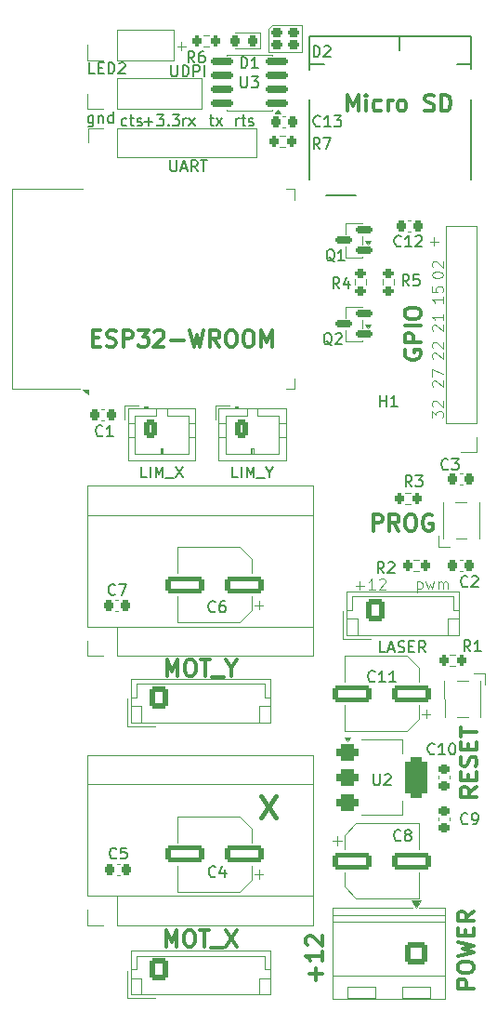
<source format=gto>
G04 #@! TF.GenerationSoftware,KiCad,Pcbnew,9.0.5*
G04 #@! TF.CreationDate,2025-10-27T12:23:45+01:00*
G04 #@! TF.ProjectId,Laser_Electronics,4c617365-725f-4456-9c65-6374726f6e69,rev?*
G04 #@! TF.SameCoordinates,Original*
G04 #@! TF.FileFunction,Legend,Top*
G04 #@! TF.FilePolarity,Positive*
%FSLAX46Y46*%
G04 Gerber Fmt 4.6, Leading zero omitted, Abs format (unit mm)*
G04 Created by KiCad (PCBNEW 9.0.5) date 2025-10-27 12:23:45*
%MOMM*%
%LPD*%
G01*
G04 APERTURE LIST*
G04 Aperture macros list*
%AMRoundRect*
0 Rectangle with rounded corners*
0 $1 Rounding radius*
0 $2 $3 $4 $5 $6 $7 $8 $9 X,Y pos of 4 corners*
0 Add a 4 corners polygon primitive as box body*
4,1,4,$2,$3,$4,$5,$6,$7,$8,$9,$2,$3,0*
0 Add four circle primitives for the rounded corners*
1,1,$1+$1,$2,$3*
1,1,$1+$1,$4,$5*
1,1,$1+$1,$6,$7*
1,1,$1+$1,$8,$9*
0 Add four rect primitives between the rounded corners*
20,1,$1+$1,$2,$3,$4,$5,0*
20,1,$1+$1,$4,$5,$6,$7,0*
20,1,$1+$1,$6,$7,$8,$9,0*
20,1,$1+$1,$8,$9,$2,$3,0*%
G04 Aperture macros list end*
%ADD10C,0.150000*%
%ADD11C,0.100000*%
%ADD12C,0.300000*%
%ADD13C,0.200000*%
%ADD14C,0.400000*%
%ADD15C,0.120000*%
%ADD16RoundRect,0.250000X-0.350000X-0.625000X0.350000X-0.625000X0.350000X0.625000X-0.350000X0.625000X0*%
%ADD17O,1.200000X1.750000*%
%ADD18RoundRect,0.200000X-0.300000X-0.200000X0.300000X-0.200000X0.300000X0.200000X-0.300000X0.200000X0*%
%ADD19RoundRect,0.200000X-0.200000X-0.275000X0.200000X-0.275000X0.200000X0.275000X-0.200000X0.275000X0*%
%ADD20R,1.700000X1.700000*%
%ADD21C,1.700000*%
%ADD22RoundRect,0.150000X0.587500X0.150000X-0.587500X0.150000X-0.587500X-0.150000X0.587500X-0.150000X0*%
%ADD23RoundRect,0.375000X-0.625000X-0.375000X0.625000X-0.375000X0.625000X0.375000X-0.625000X0.375000X0*%
%ADD24RoundRect,0.500000X-0.500000X-1.400000X0.500000X-1.400000X0.500000X1.400000X-0.500000X1.400000X0*%
%ADD25RoundRect,0.225000X-0.225000X-0.250000X0.225000X-0.250000X0.225000X0.250000X-0.225000X0.250000X0*%
%ADD26RoundRect,0.200000X0.275000X-0.200000X0.275000X0.200000X-0.275000X0.200000X-0.275000X-0.200000X0*%
%ADD27C,0.900000*%
%ADD28R,0.700000X1.600000*%
%ADD29R,1.200000X2.200000*%
%ADD30R,1.600000X1.400000*%
%ADD31R,1.200000X1.400000*%
%ADD32RoundRect,0.250000X-0.600000X-0.725000X0.600000X-0.725000X0.600000X0.725000X-0.600000X0.725000X0*%
%ADD33O,1.700000X1.950000*%
%ADD34RoundRect,0.250000X1.500000X0.550000X-1.500000X0.550000X-1.500000X-0.550000X1.500000X-0.550000X0*%
%ADD35R,0.900000X1.500000*%
%ADD36R,1.500000X0.900000*%
%ADD37C,0.600000*%
%ADD38R,4.200000X4.200000*%
%ADD39C,5.600000*%
%ADD40RoundRect,0.225000X-0.250000X0.225000X-0.250000X-0.225000X0.250000X-0.225000X0.250000X0.225000X0*%
%ADD41RoundRect,0.150000X0.825000X0.150000X-0.825000X0.150000X-0.825000X-0.150000X0.825000X-0.150000X0*%
%ADD42R,1.600000X1.600000*%
%ADD43O,1.600000X1.600000*%
%ADD44R,0.502500X0.630000*%
%ADD45R,0.505000X0.630000*%
%ADD46RoundRect,0.200000X0.200000X0.275000X-0.200000X0.275000X-0.200000X-0.275000X0.200000X-0.275000X0*%
%ADD47RoundRect,0.225000X0.225000X0.250000X-0.225000X0.250000X-0.225000X-0.250000X0.225000X-0.250000X0*%
%ADD48RoundRect,0.200000X-0.275000X0.200000X-0.275000X-0.200000X0.275000X-0.200000X0.275000X0.200000X0*%
%ADD49RoundRect,0.250000X-1.500000X-0.550000X1.500000X-0.550000X1.500000X0.550000X-1.500000X0.550000X0*%
%ADD50RoundRect,0.218750X0.218750X0.256250X-0.218750X0.256250X-0.218750X-0.256250X0.218750X-0.256250X0*%
%ADD51RoundRect,0.250001X0.799999X0.799999X-0.799999X0.799999X-0.799999X-0.799999X0.799999X-0.799999X0*%
%ADD52C,2.100000*%
G04 APERTURE END LIST*
D10*
X123383922Y-64481152D02*
X123764874Y-64481152D01*
X123526779Y-64147819D02*
X123526779Y-65004961D01*
X123526779Y-65004961D02*
X123574398Y-65100200D01*
X123574398Y-65100200D02*
X123669636Y-65147819D01*
X123669636Y-65147819D02*
X123764874Y-65147819D01*
X124002970Y-65147819D02*
X124526779Y-64481152D01*
X124002970Y-64481152D02*
X124526779Y-65147819D01*
D11*
X136701884Y-107001466D02*
X137463789Y-107001466D01*
X137082836Y-107382419D02*
X137082836Y-106620514D01*
X138463788Y-107382419D02*
X137892360Y-107382419D01*
X138178074Y-107382419D02*
X138178074Y-106382419D01*
X138178074Y-106382419D02*
X138082836Y-106525276D01*
X138082836Y-106525276D02*
X137987598Y-106620514D01*
X137987598Y-106620514D02*
X137892360Y-106668133D01*
X138844741Y-106477657D02*
X138892360Y-106430038D01*
X138892360Y-106430038D02*
X138987598Y-106382419D01*
X138987598Y-106382419D02*
X139225693Y-106382419D01*
X139225693Y-106382419D02*
X139320931Y-106430038D01*
X139320931Y-106430038D02*
X139368550Y-106477657D01*
X139368550Y-106477657D02*
X139416169Y-106572895D01*
X139416169Y-106572895D02*
X139416169Y-106668133D01*
X139416169Y-106668133D02*
X139368550Y-106810990D01*
X139368550Y-106810990D02*
X138797122Y-107382419D01*
X138797122Y-107382419D02*
X139416169Y-107382419D01*
X143652419Y-78753639D02*
X143652419Y-78658401D01*
X143652419Y-78658401D02*
X143700038Y-78563163D01*
X143700038Y-78563163D02*
X143747657Y-78515544D01*
X143747657Y-78515544D02*
X143842895Y-78467925D01*
X143842895Y-78467925D02*
X144033371Y-78420306D01*
X144033371Y-78420306D02*
X144271466Y-78420306D01*
X144271466Y-78420306D02*
X144461942Y-78467925D01*
X144461942Y-78467925D02*
X144557180Y-78515544D01*
X144557180Y-78515544D02*
X144604800Y-78563163D01*
X144604800Y-78563163D02*
X144652419Y-78658401D01*
X144652419Y-78658401D02*
X144652419Y-78753639D01*
X144652419Y-78753639D02*
X144604800Y-78848877D01*
X144604800Y-78848877D02*
X144557180Y-78896496D01*
X144557180Y-78896496D02*
X144461942Y-78944115D01*
X144461942Y-78944115D02*
X144271466Y-78991734D01*
X144271466Y-78991734D02*
X144033371Y-78991734D01*
X144033371Y-78991734D02*
X143842895Y-78944115D01*
X143842895Y-78944115D02*
X143747657Y-78896496D01*
X143747657Y-78896496D02*
X143700038Y-78848877D01*
X143700038Y-78848877D02*
X143652419Y-78753639D01*
X143747657Y-78039353D02*
X143700038Y-77991734D01*
X143700038Y-77991734D02*
X143652419Y-77896496D01*
X143652419Y-77896496D02*
X143652419Y-77658401D01*
X143652419Y-77658401D02*
X143700038Y-77563163D01*
X143700038Y-77563163D02*
X143747657Y-77515544D01*
X143747657Y-77515544D02*
X143842895Y-77467925D01*
X143842895Y-77467925D02*
X143938133Y-77467925D01*
X143938133Y-77467925D02*
X144080990Y-77515544D01*
X144080990Y-77515544D02*
X144652419Y-78086972D01*
X144652419Y-78086972D02*
X144652419Y-77467925D01*
D12*
X135936510Y-63808828D02*
X135936510Y-62308828D01*
X135936510Y-62308828D02*
X136436510Y-63380257D01*
X136436510Y-63380257D02*
X136936510Y-62308828D01*
X136936510Y-62308828D02*
X136936510Y-63808828D01*
X137650796Y-63808828D02*
X137650796Y-62808828D01*
X137650796Y-62308828D02*
X137579368Y-62380257D01*
X137579368Y-62380257D02*
X137650796Y-62451685D01*
X137650796Y-62451685D02*
X137722225Y-62380257D01*
X137722225Y-62380257D02*
X137650796Y-62308828D01*
X137650796Y-62308828D02*
X137650796Y-62451685D01*
X139007940Y-63737400D02*
X138865082Y-63808828D01*
X138865082Y-63808828D02*
X138579368Y-63808828D01*
X138579368Y-63808828D02*
X138436511Y-63737400D01*
X138436511Y-63737400D02*
X138365082Y-63665971D01*
X138365082Y-63665971D02*
X138293654Y-63523114D01*
X138293654Y-63523114D02*
X138293654Y-63094542D01*
X138293654Y-63094542D02*
X138365082Y-62951685D01*
X138365082Y-62951685D02*
X138436511Y-62880257D01*
X138436511Y-62880257D02*
X138579368Y-62808828D01*
X138579368Y-62808828D02*
X138865082Y-62808828D01*
X138865082Y-62808828D02*
X139007940Y-62880257D01*
X139650796Y-63808828D02*
X139650796Y-62808828D01*
X139650796Y-63094542D02*
X139722225Y-62951685D01*
X139722225Y-62951685D02*
X139793654Y-62880257D01*
X139793654Y-62880257D02*
X139936511Y-62808828D01*
X139936511Y-62808828D02*
X140079368Y-62808828D01*
X140793653Y-63808828D02*
X140650796Y-63737400D01*
X140650796Y-63737400D02*
X140579367Y-63665971D01*
X140579367Y-63665971D02*
X140507939Y-63523114D01*
X140507939Y-63523114D02*
X140507939Y-63094542D01*
X140507939Y-63094542D02*
X140579367Y-62951685D01*
X140579367Y-62951685D02*
X140650796Y-62880257D01*
X140650796Y-62880257D02*
X140793653Y-62808828D01*
X140793653Y-62808828D02*
X141007939Y-62808828D01*
X141007939Y-62808828D02*
X141150796Y-62880257D01*
X141150796Y-62880257D02*
X141222225Y-62951685D01*
X141222225Y-62951685D02*
X141293653Y-63094542D01*
X141293653Y-63094542D02*
X141293653Y-63523114D01*
X141293653Y-63523114D02*
X141222225Y-63665971D01*
X141222225Y-63665971D02*
X141150796Y-63737400D01*
X141150796Y-63737400D02*
X141007939Y-63808828D01*
X141007939Y-63808828D02*
X140793653Y-63808828D01*
X143007939Y-63737400D02*
X143222225Y-63808828D01*
X143222225Y-63808828D02*
X143579367Y-63808828D01*
X143579367Y-63808828D02*
X143722225Y-63737400D01*
X143722225Y-63737400D02*
X143793653Y-63665971D01*
X143793653Y-63665971D02*
X143865082Y-63523114D01*
X143865082Y-63523114D02*
X143865082Y-63380257D01*
X143865082Y-63380257D02*
X143793653Y-63237400D01*
X143793653Y-63237400D02*
X143722225Y-63165971D01*
X143722225Y-63165971D02*
X143579367Y-63094542D01*
X143579367Y-63094542D02*
X143293653Y-63023114D01*
X143293653Y-63023114D02*
X143150796Y-62951685D01*
X143150796Y-62951685D02*
X143079367Y-62880257D01*
X143079367Y-62880257D02*
X143007939Y-62737400D01*
X143007939Y-62737400D02*
X143007939Y-62594542D01*
X143007939Y-62594542D02*
X143079367Y-62451685D01*
X143079367Y-62451685D02*
X143150796Y-62380257D01*
X143150796Y-62380257D02*
X143293653Y-62308828D01*
X143293653Y-62308828D02*
X143650796Y-62308828D01*
X143650796Y-62308828D02*
X143865082Y-62380257D01*
X144507938Y-63808828D02*
X144507938Y-62308828D01*
X144507938Y-62308828D02*
X144865081Y-62308828D01*
X144865081Y-62308828D02*
X145079367Y-62380257D01*
X145079367Y-62380257D02*
X145222224Y-62523114D01*
X145222224Y-62523114D02*
X145293653Y-62665971D01*
X145293653Y-62665971D02*
X145365081Y-62951685D01*
X145365081Y-62951685D02*
X145365081Y-63165971D01*
X145365081Y-63165971D02*
X145293653Y-63451685D01*
X145293653Y-63451685D02*
X145222224Y-63594542D01*
X145222224Y-63594542D02*
X145079367Y-63737400D01*
X145079367Y-63737400D02*
X144865081Y-63808828D01*
X144865081Y-63808828D02*
X144507938Y-63808828D01*
D11*
X120445884Y-57911466D02*
X121207789Y-57911466D01*
X120826836Y-58292419D02*
X120826836Y-57530514D01*
D10*
X115827350Y-65100200D02*
X115732112Y-65147819D01*
X115732112Y-65147819D02*
X115541636Y-65147819D01*
X115541636Y-65147819D02*
X115446398Y-65100200D01*
X115446398Y-65100200D02*
X115398779Y-65052580D01*
X115398779Y-65052580D02*
X115351160Y-64957342D01*
X115351160Y-64957342D02*
X115351160Y-64671628D01*
X115351160Y-64671628D02*
X115398779Y-64576390D01*
X115398779Y-64576390D02*
X115446398Y-64528771D01*
X115446398Y-64528771D02*
X115541636Y-64481152D01*
X115541636Y-64481152D02*
X115732112Y-64481152D01*
X115732112Y-64481152D02*
X115827350Y-64528771D01*
X116113065Y-64481152D02*
X116494017Y-64481152D01*
X116255922Y-64147819D02*
X116255922Y-65004961D01*
X116255922Y-65004961D02*
X116303541Y-65100200D01*
X116303541Y-65100200D02*
X116398779Y-65147819D01*
X116398779Y-65147819D02*
X116494017Y-65147819D01*
X116779732Y-65100200D02*
X116874970Y-65147819D01*
X116874970Y-65147819D02*
X117065446Y-65147819D01*
X117065446Y-65147819D02*
X117160684Y-65100200D01*
X117160684Y-65100200D02*
X117208303Y-65004961D01*
X117208303Y-65004961D02*
X117208303Y-64957342D01*
X117208303Y-64957342D02*
X117160684Y-64862104D01*
X117160684Y-64862104D02*
X117065446Y-64814485D01*
X117065446Y-64814485D02*
X116922589Y-64814485D01*
X116922589Y-64814485D02*
X116827351Y-64766866D01*
X116827351Y-64766866D02*
X116779732Y-64671628D01*
X116779732Y-64671628D02*
X116779732Y-64624009D01*
X116779732Y-64624009D02*
X116827351Y-64528771D01*
X116827351Y-64528771D02*
X116922589Y-64481152D01*
X116922589Y-64481152D02*
X117065446Y-64481152D01*
X117065446Y-64481152D02*
X117160684Y-64528771D01*
D11*
X143747657Y-86357734D02*
X143700038Y-86310115D01*
X143700038Y-86310115D02*
X143652419Y-86214877D01*
X143652419Y-86214877D02*
X143652419Y-85976782D01*
X143652419Y-85976782D02*
X143700038Y-85881544D01*
X143700038Y-85881544D02*
X143747657Y-85833925D01*
X143747657Y-85833925D02*
X143842895Y-85786306D01*
X143842895Y-85786306D02*
X143938133Y-85786306D01*
X143938133Y-85786306D02*
X144080990Y-85833925D01*
X144080990Y-85833925D02*
X144652419Y-86405353D01*
X144652419Y-86405353D02*
X144652419Y-85786306D01*
X143747657Y-85405353D02*
X143700038Y-85357734D01*
X143700038Y-85357734D02*
X143652419Y-85262496D01*
X143652419Y-85262496D02*
X143652419Y-85024401D01*
X143652419Y-85024401D02*
X143700038Y-84929163D01*
X143700038Y-84929163D02*
X143747657Y-84881544D01*
X143747657Y-84881544D02*
X143842895Y-84833925D01*
X143842895Y-84833925D02*
X143938133Y-84833925D01*
X143938133Y-84833925D02*
X144080990Y-84881544D01*
X144080990Y-84881544D02*
X144652419Y-85452972D01*
X144652419Y-85452972D02*
X144652419Y-84833925D01*
D10*
X120986779Y-65147819D02*
X120986779Y-64481152D01*
X120986779Y-64671628D02*
X121034398Y-64576390D01*
X121034398Y-64576390D02*
X121082017Y-64528771D01*
X121082017Y-64528771D02*
X121177255Y-64481152D01*
X121177255Y-64481152D02*
X121272493Y-64481152D01*
X121510589Y-65147819D02*
X122034398Y-64481152D01*
X121510589Y-64481152D02*
X122034398Y-65147819D01*
D11*
X143747657Y-83817734D02*
X143700038Y-83770115D01*
X143700038Y-83770115D02*
X143652419Y-83674877D01*
X143652419Y-83674877D02*
X143652419Y-83436782D01*
X143652419Y-83436782D02*
X143700038Y-83341544D01*
X143700038Y-83341544D02*
X143747657Y-83293925D01*
X143747657Y-83293925D02*
X143842895Y-83246306D01*
X143842895Y-83246306D02*
X143938133Y-83246306D01*
X143938133Y-83246306D02*
X144080990Y-83293925D01*
X144080990Y-83293925D02*
X144652419Y-83865353D01*
X144652419Y-83865353D02*
X144652419Y-83246306D01*
X144652419Y-82293925D02*
X144652419Y-82865353D01*
X144652419Y-82579639D02*
X143652419Y-82579639D01*
X143652419Y-82579639D02*
X143795276Y-82674877D01*
X143795276Y-82674877D02*
X143890514Y-82770115D01*
X143890514Y-82770115D02*
X143938133Y-82865353D01*
X144652419Y-80706306D02*
X144652419Y-81277734D01*
X144652419Y-80992020D02*
X143652419Y-80992020D01*
X143652419Y-80992020D02*
X143795276Y-81087258D01*
X143795276Y-81087258D02*
X143890514Y-81182496D01*
X143890514Y-81182496D02*
X143938133Y-81277734D01*
X143652419Y-79801544D02*
X143652419Y-80277734D01*
X143652419Y-80277734D02*
X144128609Y-80325353D01*
X144128609Y-80325353D02*
X144080990Y-80277734D01*
X144080990Y-80277734D02*
X144033371Y-80182496D01*
X144033371Y-80182496D02*
X144033371Y-79944401D01*
X144033371Y-79944401D02*
X144080990Y-79849163D01*
X144080990Y-79849163D02*
X144128609Y-79801544D01*
X144128609Y-79801544D02*
X144223847Y-79753925D01*
X144223847Y-79753925D02*
X144461942Y-79753925D01*
X144461942Y-79753925D02*
X144557180Y-79801544D01*
X144557180Y-79801544D02*
X144604800Y-79849163D01*
X144604800Y-79849163D02*
X144652419Y-79944401D01*
X144652419Y-79944401D02*
X144652419Y-80182496D01*
X144652419Y-80182496D02*
X144604800Y-80277734D01*
X144604800Y-80277734D02*
X144557180Y-80325353D01*
D12*
X133087400Y-142955489D02*
X133087400Y-141812632D01*
X133658828Y-142384060D02*
X132515971Y-142384060D01*
X133658828Y-140312631D02*
X133658828Y-141169774D01*
X133658828Y-140741203D02*
X132158828Y-140741203D01*
X132158828Y-140741203D02*
X132373114Y-140884060D01*
X132373114Y-140884060D02*
X132515971Y-141026917D01*
X132515971Y-141026917D02*
X132587400Y-141169774D01*
X132301685Y-139741203D02*
X132230257Y-139669775D01*
X132230257Y-139669775D02*
X132158828Y-139526918D01*
X132158828Y-139526918D02*
X132158828Y-139169775D01*
X132158828Y-139169775D02*
X132230257Y-139026918D01*
X132230257Y-139026918D02*
X132301685Y-138955489D01*
X132301685Y-138955489D02*
X132444542Y-138884060D01*
X132444542Y-138884060D02*
X132587400Y-138884060D01*
X132587400Y-138884060D02*
X132801685Y-138955489D01*
X132801685Y-138955489D02*
X133658828Y-139812632D01*
X133658828Y-139812632D02*
X133658828Y-138884060D01*
D11*
X143652419Y-91739353D02*
X143652419Y-91120306D01*
X143652419Y-91120306D02*
X144033371Y-91453639D01*
X144033371Y-91453639D02*
X144033371Y-91310782D01*
X144033371Y-91310782D02*
X144080990Y-91215544D01*
X144080990Y-91215544D02*
X144128609Y-91167925D01*
X144128609Y-91167925D02*
X144223847Y-91120306D01*
X144223847Y-91120306D02*
X144461942Y-91120306D01*
X144461942Y-91120306D02*
X144557180Y-91167925D01*
X144557180Y-91167925D02*
X144604800Y-91215544D01*
X144604800Y-91215544D02*
X144652419Y-91310782D01*
X144652419Y-91310782D02*
X144652419Y-91596496D01*
X144652419Y-91596496D02*
X144604800Y-91691734D01*
X144604800Y-91691734D02*
X144557180Y-91739353D01*
X143747657Y-90739353D02*
X143700038Y-90691734D01*
X143700038Y-90691734D02*
X143652419Y-90596496D01*
X143652419Y-90596496D02*
X143652419Y-90358401D01*
X143652419Y-90358401D02*
X143700038Y-90263163D01*
X143700038Y-90263163D02*
X143747657Y-90215544D01*
X143747657Y-90215544D02*
X143842895Y-90167925D01*
X143842895Y-90167925D02*
X143938133Y-90167925D01*
X143938133Y-90167925D02*
X144080990Y-90215544D01*
X144080990Y-90215544D02*
X144652419Y-90786972D01*
X144652419Y-90786972D02*
X144652419Y-90167925D01*
D10*
X125812779Y-65147819D02*
X125812779Y-64481152D01*
X125812779Y-64671628D02*
X125860398Y-64576390D01*
X125860398Y-64576390D02*
X125908017Y-64528771D01*
X125908017Y-64528771D02*
X126003255Y-64481152D01*
X126003255Y-64481152D02*
X126098493Y-64481152D01*
X126288970Y-64481152D02*
X126669922Y-64481152D01*
X126431827Y-64147819D02*
X126431827Y-65004961D01*
X126431827Y-65004961D02*
X126479446Y-65100200D01*
X126479446Y-65100200D02*
X126574684Y-65147819D01*
X126574684Y-65147819D02*
X126669922Y-65147819D01*
X126955637Y-65100200D02*
X127050875Y-65147819D01*
X127050875Y-65147819D02*
X127241351Y-65147819D01*
X127241351Y-65147819D02*
X127336589Y-65100200D01*
X127336589Y-65100200D02*
X127384208Y-65004961D01*
X127384208Y-65004961D02*
X127384208Y-64957342D01*
X127384208Y-64957342D02*
X127336589Y-64862104D01*
X127336589Y-64862104D02*
X127241351Y-64814485D01*
X127241351Y-64814485D02*
X127098494Y-64814485D01*
X127098494Y-64814485D02*
X127003256Y-64766866D01*
X127003256Y-64766866D02*
X126955637Y-64671628D01*
X126955637Y-64671628D02*
X126955637Y-64624009D01*
X126955637Y-64624009D02*
X127003256Y-64528771D01*
X127003256Y-64528771D02*
X127098494Y-64481152D01*
X127098494Y-64481152D02*
X127241351Y-64481152D01*
X127241351Y-64481152D02*
X127336589Y-64528771D01*
X117430779Y-64766866D02*
X118192684Y-64766866D01*
X117811731Y-65147819D02*
X117811731Y-64385914D01*
X118573636Y-64147819D02*
X119192683Y-64147819D01*
X119192683Y-64147819D02*
X118859350Y-64528771D01*
X118859350Y-64528771D02*
X119002207Y-64528771D01*
X119002207Y-64528771D02*
X119097445Y-64576390D01*
X119097445Y-64576390D02*
X119145064Y-64624009D01*
X119145064Y-64624009D02*
X119192683Y-64719247D01*
X119192683Y-64719247D02*
X119192683Y-64957342D01*
X119192683Y-64957342D02*
X119145064Y-65052580D01*
X119145064Y-65052580D02*
X119097445Y-65100200D01*
X119097445Y-65100200D02*
X119002207Y-65147819D01*
X119002207Y-65147819D02*
X118716493Y-65147819D01*
X118716493Y-65147819D02*
X118621255Y-65100200D01*
X118621255Y-65100200D02*
X118573636Y-65052580D01*
X119621255Y-65052580D02*
X119668874Y-65100200D01*
X119668874Y-65100200D02*
X119621255Y-65147819D01*
X119621255Y-65147819D02*
X119573636Y-65100200D01*
X119573636Y-65100200D02*
X119621255Y-65052580D01*
X119621255Y-65052580D02*
X119621255Y-65147819D01*
X120002207Y-64147819D02*
X120621254Y-64147819D01*
X120621254Y-64147819D02*
X120287921Y-64528771D01*
X120287921Y-64528771D02*
X120430778Y-64528771D01*
X120430778Y-64528771D02*
X120526016Y-64576390D01*
X120526016Y-64576390D02*
X120573635Y-64624009D01*
X120573635Y-64624009D02*
X120621254Y-64719247D01*
X120621254Y-64719247D02*
X120621254Y-64957342D01*
X120621254Y-64957342D02*
X120573635Y-65052580D01*
X120573635Y-65052580D02*
X120526016Y-65100200D01*
X120526016Y-65100200D02*
X120430778Y-65147819D01*
X120430778Y-65147819D02*
X120145064Y-65147819D01*
X120145064Y-65147819D02*
X120049826Y-65100200D01*
X120049826Y-65100200D02*
X120002207Y-65052580D01*
X112779350Y-64227152D02*
X112779350Y-65036676D01*
X112779350Y-65036676D02*
X112731731Y-65131914D01*
X112731731Y-65131914D02*
X112684112Y-65179533D01*
X112684112Y-65179533D02*
X112588874Y-65227152D01*
X112588874Y-65227152D02*
X112446017Y-65227152D01*
X112446017Y-65227152D02*
X112350779Y-65179533D01*
X112779350Y-64846200D02*
X112684112Y-64893819D01*
X112684112Y-64893819D02*
X112493636Y-64893819D01*
X112493636Y-64893819D02*
X112398398Y-64846200D01*
X112398398Y-64846200D02*
X112350779Y-64798580D01*
X112350779Y-64798580D02*
X112303160Y-64703342D01*
X112303160Y-64703342D02*
X112303160Y-64417628D01*
X112303160Y-64417628D02*
X112350779Y-64322390D01*
X112350779Y-64322390D02*
X112398398Y-64274771D01*
X112398398Y-64274771D02*
X112493636Y-64227152D01*
X112493636Y-64227152D02*
X112684112Y-64227152D01*
X112684112Y-64227152D02*
X112779350Y-64274771D01*
X113255541Y-64227152D02*
X113255541Y-64893819D01*
X113255541Y-64322390D02*
X113303160Y-64274771D01*
X113303160Y-64274771D02*
X113398398Y-64227152D01*
X113398398Y-64227152D02*
X113541255Y-64227152D01*
X113541255Y-64227152D02*
X113636493Y-64274771D01*
X113636493Y-64274771D02*
X113684112Y-64370009D01*
X113684112Y-64370009D02*
X113684112Y-64893819D01*
X114588874Y-64893819D02*
X114588874Y-63893819D01*
X114588874Y-64846200D02*
X114493636Y-64893819D01*
X114493636Y-64893819D02*
X114303160Y-64893819D01*
X114303160Y-64893819D02*
X114207922Y-64846200D01*
X114207922Y-64846200D02*
X114160303Y-64798580D01*
X114160303Y-64798580D02*
X114112684Y-64703342D01*
X114112684Y-64703342D02*
X114112684Y-64417628D01*
X114112684Y-64417628D02*
X114160303Y-64322390D01*
X114160303Y-64322390D02*
X114207922Y-64274771D01*
X114207922Y-64274771D02*
X114303160Y-64227152D01*
X114303160Y-64227152D02*
X114493636Y-64227152D01*
X114493636Y-64227152D02*
X114588874Y-64274771D01*
D11*
X144222115Y-75692533D02*
X143460211Y-75692533D01*
X143841163Y-75311580D02*
X143841163Y-76073485D01*
X142289884Y-106647752D02*
X142289884Y-107647752D01*
X142289884Y-106695371D02*
X142385122Y-106647752D01*
X142385122Y-106647752D02*
X142575598Y-106647752D01*
X142575598Y-106647752D02*
X142670836Y-106695371D01*
X142670836Y-106695371D02*
X142718455Y-106742990D01*
X142718455Y-106742990D02*
X142766074Y-106838228D01*
X142766074Y-106838228D02*
X142766074Y-107123942D01*
X142766074Y-107123942D02*
X142718455Y-107219180D01*
X142718455Y-107219180D02*
X142670836Y-107266800D01*
X142670836Y-107266800D02*
X142575598Y-107314419D01*
X142575598Y-107314419D02*
X142385122Y-107314419D01*
X142385122Y-107314419D02*
X142289884Y-107266800D01*
X143099408Y-106647752D02*
X143289884Y-107314419D01*
X143289884Y-107314419D02*
X143480360Y-106838228D01*
X143480360Y-106838228D02*
X143670836Y-107314419D01*
X143670836Y-107314419D02*
X143861312Y-106647752D01*
X144242265Y-107314419D02*
X144242265Y-106647752D01*
X144242265Y-106742990D02*
X144289884Y-106695371D01*
X144289884Y-106695371D02*
X144385122Y-106647752D01*
X144385122Y-106647752D02*
X144527979Y-106647752D01*
X144527979Y-106647752D02*
X144623217Y-106695371D01*
X144623217Y-106695371D02*
X144670836Y-106790609D01*
X144670836Y-106790609D02*
X144670836Y-107314419D01*
X144670836Y-106790609D02*
X144718455Y-106695371D01*
X144718455Y-106695371D02*
X144813693Y-106647752D01*
X144813693Y-106647752D02*
X144956550Y-106647752D01*
X144956550Y-106647752D02*
X145051789Y-106695371D01*
X145051789Y-106695371D02*
X145099408Y-106790609D01*
X145099408Y-106790609D02*
X145099408Y-107314419D01*
X143747657Y-88897734D02*
X143700038Y-88850115D01*
X143700038Y-88850115D02*
X143652419Y-88754877D01*
X143652419Y-88754877D02*
X143652419Y-88516782D01*
X143652419Y-88516782D02*
X143700038Y-88421544D01*
X143700038Y-88421544D02*
X143747657Y-88373925D01*
X143747657Y-88373925D02*
X143842895Y-88326306D01*
X143842895Y-88326306D02*
X143938133Y-88326306D01*
X143938133Y-88326306D02*
X144080990Y-88373925D01*
X144080990Y-88373925D02*
X144652419Y-88945353D01*
X144652419Y-88945353D02*
X144652419Y-88326306D01*
X143652419Y-87992972D02*
X143652419Y-87326306D01*
X143652419Y-87326306D02*
X144652419Y-87754877D01*
D13*
X117657857Y-97162219D02*
X117181667Y-97162219D01*
X117181667Y-97162219D02*
X117181667Y-96162219D01*
X117991191Y-97162219D02*
X117991191Y-96162219D01*
X118467381Y-97162219D02*
X118467381Y-96162219D01*
X118467381Y-96162219D02*
X118800714Y-96876504D01*
X118800714Y-96876504D02*
X119134047Y-96162219D01*
X119134047Y-96162219D02*
X119134047Y-97162219D01*
X119372143Y-97257457D02*
X120134047Y-97257457D01*
X120276905Y-96162219D02*
X120943571Y-97162219D01*
X120943571Y-96162219D02*
X120276905Y-97162219D01*
D10*
X132865905Y-58874819D02*
X132865905Y-57874819D01*
X132865905Y-57874819D02*
X133104000Y-57874819D01*
X133104000Y-57874819D02*
X133246857Y-57922438D01*
X133246857Y-57922438D02*
X133342095Y-58017676D01*
X133342095Y-58017676D02*
X133389714Y-58112914D01*
X133389714Y-58112914D02*
X133437333Y-58303390D01*
X133437333Y-58303390D02*
X133437333Y-58446247D01*
X133437333Y-58446247D02*
X133389714Y-58636723D01*
X133389714Y-58636723D02*
X133342095Y-58731961D01*
X133342095Y-58731961D02*
X133246857Y-58827200D01*
X133246857Y-58827200D02*
X133104000Y-58874819D01*
X133104000Y-58874819D02*
X132865905Y-58874819D01*
X133818286Y-57970057D02*
X133865905Y-57922438D01*
X133865905Y-57922438D02*
X133961143Y-57874819D01*
X133961143Y-57874819D02*
X134199238Y-57874819D01*
X134199238Y-57874819D02*
X134294476Y-57922438D01*
X134294476Y-57922438D02*
X134342095Y-57970057D01*
X134342095Y-57970057D02*
X134389714Y-58065295D01*
X134389714Y-58065295D02*
X134389714Y-58160533D01*
X134389714Y-58160533D02*
X134342095Y-58303390D01*
X134342095Y-58303390D02*
X133770667Y-58874819D01*
X133770667Y-58874819D02*
X134389714Y-58874819D01*
X147153333Y-112976819D02*
X146820000Y-112500628D01*
X146581905Y-112976819D02*
X146581905Y-111976819D01*
X146581905Y-111976819D02*
X146962857Y-111976819D01*
X146962857Y-111976819D02*
X147058095Y-112024438D01*
X147058095Y-112024438D02*
X147105714Y-112072057D01*
X147105714Y-112072057D02*
X147153333Y-112167295D01*
X147153333Y-112167295D02*
X147153333Y-112310152D01*
X147153333Y-112310152D02*
X147105714Y-112405390D01*
X147105714Y-112405390D02*
X147058095Y-112453009D01*
X147058095Y-112453009D02*
X146962857Y-112500628D01*
X146962857Y-112500628D02*
X146581905Y-112500628D01*
X148105714Y-112976819D02*
X147534286Y-112976819D01*
X147820000Y-112976819D02*
X147820000Y-111976819D01*
X147820000Y-111976819D02*
X147724762Y-112119676D01*
X147724762Y-112119676D02*
X147629524Y-112214914D01*
X147629524Y-112214914D02*
X147534286Y-112262533D01*
X112926952Y-60398819D02*
X112450762Y-60398819D01*
X112450762Y-60398819D02*
X112450762Y-59398819D01*
X113260286Y-59875009D02*
X113593619Y-59875009D01*
X113736476Y-60398819D02*
X113260286Y-60398819D01*
X113260286Y-60398819D02*
X113260286Y-59398819D01*
X113260286Y-59398819D02*
X113736476Y-59398819D01*
X114165048Y-60398819D02*
X114165048Y-59398819D01*
X114165048Y-59398819D02*
X114403143Y-59398819D01*
X114403143Y-59398819D02*
X114546000Y-59446438D01*
X114546000Y-59446438D02*
X114641238Y-59541676D01*
X114641238Y-59541676D02*
X114688857Y-59636914D01*
X114688857Y-59636914D02*
X114736476Y-59827390D01*
X114736476Y-59827390D02*
X114736476Y-59970247D01*
X114736476Y-59970247D02*
X114688857Y-60160723D01*
X114688857Y-60160723D02*
X114641238Y-60255961D01*
X114641238Y-60255961D02*
X114546000Y-60351200D01*
X114546000Y-60351200D02*
X114403143Y-60398819D01*
X114403143Y-60398819D02*
X114165048Y-60398819D01*
X115117429Y-59494057D02*
X115165048Y-59446438D01*
X115165048Y-59446438D02*
X115260286Y-59398819D01*
X115260286Y-59398819D02*
X115498381Y-59398819D01*
X115498381Y-59398819D02*
X115593619Y-59446438D01*
X115593619Y-59446438D02*
X115641238Y-59494057D01*
X115641238Y-59494057D02*
X115688857Y-59589295D01*
X115688857Y-59589295D02*
X115688857Y-59684533D01*
X115688857Y-59684533D02*
X115641238Y-59827390D01*
X115641238Y-59827390D02*
X115069810Y-60398819D01*
X115069810Y-60398819D02*
X115688857Y-60398819D01*
X134524761Y-85132057D02*
X134429523Y-85084438D01*
X134429523Y-85084438D02*
X134334285Y-84989200D01*
X134334285Y-84989200D02*
X134191428Y-84846342D01*
X134191428Y-84846342D02*
X134096190Y-84798723D01*
X134096190Y-84798723D02*
X134000952Y-84798723D01*
X134048571Y-85036819D02*
X133953333Y-84989200D01*
X133953333Y-84989200D02*
X133858095Y-84893961D01*
X133858095Y-84893961D02*
X133810476Y-84703485D01*
X133810476Y-84703485D02*
X133810476Y-84370152D01*
X133810476Y-84370152D02*
X133858095Y-84179676D01*
X133858095Y-84179676D02*
X133953333Y-84084438D01*
X133953333Y-84084438D02*
X134048571Y-84036819D01*
X134048571Y-84036819D02*
X134239047Y-84036819D01*
X134239047Y-84036819D02*
X134334285Y-84084438D01*
X134334285Y-84084438D02*
X134429523Y-84179676D01*
X134429523Y-84179676D02*
X134477142Y-84370152D01*
X134477142Y-84370152D02*
X134477142Y-84703485D01*
X134477142Y-84703485D02*
X134429523Y-84893961D01*
X134429523Y-84893961D02*
X134334285Y-84989200D01*
X134334285Y-84989200D02*
X134239047Y-85036819D01*
X134239047Y-85036819D02*
X134048571Y-85036819D01*
X134858095Y-84132057D02*
X134905714Y-84084438D01*
X134905714Y-84084438D02*
X135000952Y-84036819D01*
X135000952Y-84036819D02*
X135239047Y-84036819D01*
X135239047Y-84036819D02*
X135334285Y-84084438D01*
X135334285Y-84084438D02*
X135381904Y-84132057D01*
X135381904Y-84132057D02*
X135429523Y-84227295D01*
X135429523Y-84227295D02*
X135429523Y-84322533D01*
X135429523Y-84322533D02*
X135381904Y-84465390D01*
X135381904Y-84465390D02*
X134810476Y-85036819D01*
X134810476Y-85036819D02*
X135429523Y-85036819D01*
X138333095Y-124168819D02*
X138333095Y-124978342D01*
X138333095Y-124978342D02*
X138380714Y-125073580D01*
X138380714Y-125073580D02*
X138428333Y-125121200D01*
X138428333Y-125121200D02*
X138523571Y-125168819D01*
X138523571Y-125168819D02*
X138714047Y-125168819D01*
X138714047Y-125168819D02*
X138809285Y-125121200D01*
X138809285Y-125121200D02*
X138856904Y-125073580D01*
X138856904Y-125073580D02*
X138904523Y-124978342D01*
X138904523Y-124978342D02*
X138904523Y-124168819D01*
X139333095Y-124264057D02*
X139380714Y-124216438D01*
X139380714Y-124216438D02*
X139475952Y-124168819D01*
X139475952Y-124168819D02*
X139714047Y-124168819D01*
X139714047Y-124168819D02*
X139809285Y-124216438D01*
X139809285Y-124216438D02*
X139856904Y-124264057D01*
X139856904Y-124264057D02*
X139904523Y-124359295D01*
X139904523Y-124359295D02*
X139904523Y-124454533D01*
X139904523Y-124454533D02*
X139856904Y-124597390D01*
X139856904Y-124597390D02*
X139285476Y-125168819D01*
X139285476Y-125168819D02*
X139904523Y-125168819D01*
X113638913Y-93323580D02*
X113591294Y-93371200D01*
X113591294Y-93371200D02*
X113448437Y-93418819D01*
X113448437Y-93418819D02*
X113353199Y-93418819D01*
X113353199Y-93418819D02*
X113210342Y-93371200D01*
X113210342Y-93371200D02*
X113115104Y-93275961D01*
X113115104Y-93275961D02*
X113067485Y-93180723D01*
X113067485Y-93180723D02*
X113019866Y-92990247D01*
X113019866Y-92990247D02*
X113019866Y-92847390D01*
X113019866Y-92847390D02*
X113067485Y-92656914D01*
X113067485Y-92656914D02*
X113115104Y-92561676D01*
X113115104Y-92561676D02*
X113210342Y-92466438D01*
X113210342Y-92466438D02*
X113353199Y-92418819D01*
X113353199Y-92418819D02*
X113448437Y-92418819D01*
X113448437Y-92418819D02*
X113591294Y-92466438D01*
X113591294Y-92466438D02*
X113638913Y-92514057D01*
X114591294Y-93418819D02*
X114019866Y-93418819D01*
X114305580Y-93418819D02*
X114305580Y-92418819D01*
X114305580Y-92418819D02*
X114210342Y-92561676D01*
X114210342Y-92561676D02*
X114115104Y-92656914D01*
X114115104Y-92656914D02*
X114019866Y-92704533D01*
D13*
X125960476Y-97162219D02*
X125484286Y-97162219D01*
X125484286Y-97162219D02*
X125484286Y-96162219D01*
X126293810Y-97162219D02*
X126293810Y-96162219D01*
X126770000Y-97162219D02*
X126770000Y-96162219D01*
X126770000Y-96162219D02*
X127103333Y-96876504D01*
X127103333Y-96876504D02*
X127436666Y-96162219D01*
X127436666Y-96162219D02*
X127436666Y-97162219D01*
X127674762Y-97257457D02*
X128436666Y-97257457D01*
X128865238Y-96686028D02*
X128865238Y-97162219D01*
X128531905Y-96162219D02*
X128865238Y-96686028D01*
X128865238Y-96686028D02*
X129198571Y-96162219D01*
D10*
X119888191Y-59652819D02*
X119888191Y-60462342D01*
X119888191Y-60462342D02*
X119935810Y-60557580D01*
X119935810Y-60557580D02*
X119983429Y-60605200D01*
X119983429Y-60605200D02*
X120078667Y-60652819D01*
X120078667Y-60652819D02*
X120269143Y-60652819D01*
X120269143Y-60652819D02*
X120364381Y-60605200D01*
X120364381Y-60605200D02*
X120412000Y-60557580D01*
X120412000Y-60557580D02*
X120459619Y-60462342D01*
X120459619Y-60462342D02*
X120459619Y-59652819D01*
X120935810Y-60652819D02*
X120935810Y-59652819D01*
X120935810Y-59652819D02*
X121173905Y-59652819D01*
X121173905Y-59652819D02*
X121316762Y-59700438D01*
X121316762Y-59700438D02*
X121412000Y-59795676D01*
X121412000Y-59795676D02*
X121459619Y-59890914D01*
X121459619Y-59890914D02*
X121507238Y-60081390D01*
X121507238Y-60081390D02*
X121507238Y-60224247D01*
X121507238Y-60224247D02*
X121459619Y-60414723D01*
X121459619Y-60414723D02*
X121412000Y-60509961D01*
X121412000Y-60509961D02*
X121316762Y-60605200D01*
X121316762Y-60605200D02*
X121173905Y-60652819D01*
X121173905Y-60652819D02*
X120935810Y-60652819D01*
X121935810Y-60652819D02*
X121935810Y-59652819D01*
X121935810Y-59652819D02*
X122316762Y-59652819D01*
X122316762Y-59652819D02*
X122412000Y-59700438D01*
X122412000Y-59700438D02*
X122459619Y-59748057D01*
X122459619Y-59748057D02*
X122507238Y-59843295D01*
X122507238Y-59843295D02*
X122507238Y-59986152D01*
X122507238Y-59986152D02*
X122459619Y-60081390D01*
X122459619Y-60081390D02*
X122412000Y-60129009D01*
X122412000Y-60129009D02*
X122316762Y-60176628D01*
X122316762Y-60176628D02*
X121935810Y-60176628D01*
X122935810Y-60652819D02*
X122935810Y-59652819D01*
X135215333Y-79956819D02*
X134882000Y-79480628D01*
X134643905Y-79956819D02*
X134643905Y-78956819D01*
X134643905Y-78956819D02*
X135024857Y-78956819D01*
X135024857Y-78956819D02*
X135120095Y-79004438D01*
X135120095Y-79004438D02*
X135167714Y-79052057D01*
X135167714Y-79052057D02*
X135215333Y-79147295D01*
X135215333Y-79147295D02*
X135215333Y-79290152D01*
X135215333Y-79290152D02*
X135167714Y-79385390D01*
X135167714Y-79385390D02*
X135120095Y-79433009D01*
X135120095Y-79433009D02*
X135024857Y-79480628D01*
X135024857Y-79480628D02*
X134643905Y-79480628D01*
X136072476Y-79290152D02*
X136072476Y-79956819D01*
X135834381Y-78909200D02*
X135596286Y-79623485D01*
X135596286Y-79623485D02*
X136215333Y-79623485D01*
X119816762Y-68288819D02*
X119816762Y-69098342D01*
X119816762Y-69098342D02*
X119864381Y-69193580D01*
X119864381Y-69193580D02*
X119912000Y-69241200D01*
X119912000Y-69241200D02*
X120007238Y-69288819D01*
X120007238Y-69288819D02*
X120197714Y-69288819D01*
X120197714Y-69288819D02*
X120292952Y-69241200D01*
X120292952Y-69241200D02*
X120340571Y-69193580D01*
X120340571Y-69193580D02*
X120388190Y-69098342D01*
X120388190Y-69098342D02*
X120388190Y-68288819D01*
X120816762Y-69003104D02*
X121292952Y-69003104D01*
X120721524Y-69288819D02*
X121054857Y-68288819D01*
X121054857Y-68288819D02*
X121388190Y-69288819D01*
X122292952Y-69288819D02*
X121959619Y-68812628D01*
X121721524Y-69288819D02*
X121721524Y-68288819D01*
X121721524Y-68288819D02*
X122102476Y-68288819D01*
X122102476Y-68288819D02*
X122197714Y-68336438D01*
X122197714Y-68336438D02*
X122245333Y-68384057D01*
X122245333Y-68384057D02*
X122292952Y-68479295D01*
X122292952Y-68479295D02*
X122292952Y-68622152D01*
X122292952Y-68622152D02*
X122245333Y-68717390D01*
X122245333Y-68717390D02*
X122197714Y-68765009D01*
X122197714Y-68765009D02*
X122102476Y-68812628D01*
X122102476Y-68812628D02*
X121721524Y-68812628D01*
X122578667Y-68288819D02*
X123150095Y-68288819D01*
X122864381Y-69288819D02*
X122864381Y-68288819D01*
X114768333Y-107778580D02*
X114720714Y-107826200D01*
X114720714Y-107826200D02*
X114577857Y-107873819D01*
X114577857Y-107873819D02*
X114482619Y-107873819D01*
X114482619Y-107873819D02*
X114339762Y-107826200D01*
X114339762Y-107826200D02*
X114244524Y-107730961D01*
X114244524Y-107730961D02*
X114196905Y-107635723D01*
X114196905Y-107635723D02*
X114149286Y-107445247D01*
X114149286Y-107445247D02*
X114149286Y-107302390D01*
X114149286Y-107302390D02*
X114196905Y-107111914D01*
X114196905Y-107111914D02*
X114244524Y-107016676D01*
X114244524Y-107016676D02*
X114339762Y-106921438D01*
X114339762Y-106921438D02*
X114482619Y-106873819D01*
X114482619Y-106873819D02*
X114577857Y-106873819D01*
X114577857Y-106873819D02*
X114720714Y-106921438D01*
X114720714Y-106921438D02*
X114768333Y-106969057D01*
X115101667Y-106873819D02*
X115768333Y-106873819D01*
X115768333Y-106873819D02*
X115339762Y-107873819D01*
D13*
X139422380Y-113072219D02*
X138946190Y-113072219D01*
X138946190Y-113072219D02*
X138946190Y-112072219D01*
X139708095Y-112786504D02*
X140184285Y-112786504D01*
X139612857Y-113072219D02*
X139946190Y-112072219D01*
X139946190Y-112072219D02*
X140279523Y-113072219D01*
X140565238Y-113024600D02*
X140708095Y-113072219D01*
X140708095Y-113072219D02*
X140946190Y-113072219D01*
X140946190Y-113072219D02*
X141041428Y-113024600D01*
X141041428Y-113024600D02*
X141089047Y-112976980D01*
X141089047Y-112976980D02*
X141136666Y-112881742D01*
X141136666Y-112881742D02*
X141136666Y-112786504D01*
X141136666Y-112786504D02*
X141089047Y-112691266D01*
X141089047Y-112691266D02*
X141041428Y-112643647D01*
X141041428Y-112643647D02*
X140946190Y-112596028D01*
X140946190Y-112596028D02*
X140755714Y-112548409D01*
X140755714Y-112548409D02*
X140660476Y-112500790D01*
X140660476Y-112500790D02*
X140612857Y-112453171D01*
X140612857Y-112453171D02*
X140565238Y-112357933D01*
X140565238Y-112357933D02*
X140565238Y-112262695D01*
X140565238Y-112262695D02*
X140612857Y-112167457D01*
X140612857Y-112167457D02*
X140660476Y-112119838D01*
X140660476Y-112119838D02*
X140755714Y-112072219D01*
X140755714Y-112072219D02*
X140993809Y-112072219D01*
X140993809Y-112072219D02*
X141136666Y-112119838D01*
X141565238Y-112548409D02*
X141898571Y-112548409D01*
X142041428Y-113072219D02*
X141565238Y-113072219D01*
X141565238Y-113072219D02*
X141565238Y-112072219D01*
X141565238Y-112072219D02*
X142041428Y-112072219D01*
X143041428Y-113072219D02*
X142708095Y-112596028D01*
X142470000Y-113072219D02*
X142470000Y-112072219D01*
X142470000Y-112072219D02*
X142850952Y-112072219D01*
X142850952Y-112072219D02*
X142946190Y-112119838D01*
X142946190Y-112119838D02*
X142993809Y-112167457D01*
X142993809Y-112167457D02*
X143041428Y-112262695D01*
X143041428Y-112262695D02*
X143041428Y-112405552D01*
X143041428Y-112405552D02*
X142993809Y-112500790D01*
X142993809Y-112500790D02*
X142946190Y-112548409D01*
X142946190Y-112548409D02*
X142850952Y-112596028D01*
X142850952Y-112596028D02*
X142470000Y-112596028D01*
D10*
X123891684Y-109325580D02*
X123844065Y-109373200D01*
X123844065Y-109373200D02*
X123701208Y-109420819D01*
X123701208Y-109420819D02*
X123605970Y-109420819D01*
X123605970Y-109420819D02*
X123463113Y-109373200D01*
X123463113Y-109373200D02*
X123367875Y-109277961D01*
X123367875Y-109277961D02*
X123320256Y-109182723D01*
X123320256Y-109182723D02*
X123272637Y-108992247D01*
X123272637Y-108992247D02*
X123272637Y-108849390D01*
X123272637Y-108849390D02*
X123320256Y-108658914D01*
X123320256Y-108658914D02*
X123367875Y-108563676D01*
X123367875Y-108563676D02*
X123463113Y-108468438D01*
X123463113Y-108468438D02*
X123605970Y-108420819D01*
X123605970Y-108420819D02*
X123701208Y-108420819D01*
X123701208Y-108420819D02*
X123844065Y-108468438D01*
X123844065Y-108468438D02*
X123891684Y-108516057D01*
X124748827Y-108420819D02*
X124558351Y-108420819D01*
X124558351Y-108420819D02*
X124463113Y-108468438D01*
X124463113Y-108468438D02*
X124415494Y-108516057D01*
X124415494Y-108516057D02*
X124320256Y-108658914D01*
X124320256Y-108658914D02*
X124272637Y-108849390D01*
X124272637Y-108849390D02*
X124272637Y-109230342D01*
X124272637Y-109230342D02*
X124320256Y-109325580D01*
X124320256Y-109325580D02*
X124367875Y-109373200D01*
X124367875Y-109373200D02*
X124463113Y-109420819D01*
X124463113Y-109420819D02*
X124653589Y-109420819D01*
X124653589Y-109420819D02*
X124748827Y-109373200D01*
X124748827Y-109373200D02*
X124796446Y-109325580D01*
X124796446Y-109325580D02*
X124844065Y-109230342D01*
X124844065Y-109230342D02*
X124844065Y-108992247D01*
X124844065Y-108992247D02*
X124796446Y-108897009D01*
X124796446Y-108897009D02*
X124748827Y-108849390D01*
X124748827Y-108849390D02*
X124653589Y-108801771D01*
X124653589Y-108801771D02*
X124463113Y-108801771D01*
X124463113Y-108801771D02*
X124367875Y-108849390D01*
X124367875Y-108849390D02*
X124320256Y-108897009D01*
X124320256Y-108897009D02*
X124272637Y-108992247D01*
D12*
X112725428Y-84474614D02*
X113225428Y-84474614D01*
X113439714Y-85260328D02*
X112725428Y-85260328D01*
X112725428Y-85260328D02*
X112725428Y-83760328D01*
X112725428Y-83760328D02*
X113439714Y-83760328D01*
X114011143Y-85188900D02*
X114225429Y-85260328D01*
X114225429Y-85260328D02*
X114582571Y-85260328D01*
X114582571Y-85260328D02*
X114725429Y-85188900D01*
X114725429Y-85188900D02*
X114796857Y-85117471D01*
X114796857Y-85117471D02*
X114868286Y-84974614D01*
X114868286Y-84974614D02*
X114868286Y-84831757D01*
X114868286Y-84831757D02*
X114796857Y-84688900D01*
X114796857Y-84688900D02*
X114725429Y-84617471D01*
X114725429Y-84617471D02*
X114582571Y-84546042D01*
X114582571Y-84546042D02*
X114296857Y-84474614D01*
X114296857Y-84474614D02*
X114154000Y-84403185D01*
X114154000Y-84403185D02*
X114082571Y-84331757D01*
X114082571Y-84331757D02*
X114011143Y-84188900D01*
X114011143Y-84188900D02*
X114011143Y-84046042D01*
X114011143Y-84046042D02*
X114082571Y-83903185D01*
X114082571Y-83903185D02*
X114154000Y-83831757D01*
X114154000Y-83831757D02*
X114296857Y-83760328D01*
X114296857Y-83760328D02*
X114654000Y-83760328D01*
X114654000Y-83760328D02*
X114868286Y-83831757D01*
X115511142Y-85260328D02*
X115511142Y-83760328D01*
X115511142Y-83760328D02*
X116082571Y-83760328D01*
X116082571Y-83760328D02*
X116225428Y-83831757D01*
X116225428Y-83831757D02*
X116296857Y-83903185D01*
X116296857Y-83903185D02*
X116368285Y-84046042D01*
X116368285Y-84046042D02*
X116368285Y-84260328D01*
X116368285Y-84260328D02*
X116296857Y-84403185D01*
X116296857Y-84403185D02*
X116225428Y-84474614D01*
X116225428Y-84474614D02*
X116082571Y-84546042D01*
X116082571Y-84546042D02*
X115511142Y-84546042D01*
X116868285Y-83760328D02*
X117796857Y-83760328D01*
X117796857Y-83760328D02*
X117296857Y-84331757D01*
X117296857Y-84331757D02*
X117511142Y-84331757D01*
X117511142Y-84331757D02*
X117654000Y-84403185D01*
X117654000Y-84403185D02*
X117725428Y-84474614D01*
X117725428Y-84474614D02*
X117796857Y-84617471D01*
X117796857Y-84617471D02*
X117796857Y-84974614D01*
X117796857Y-84974614D02*
X117725428Y-85117471D01*
X117725428Y-85117471D02*
X117654000Y-85188900D01*
X117654000Y-85188900D02*
X117511142Y-85260328D01*
X117511142Y-85260328D02*
X117082571Y-85260328D01*
X117082571Y-85260328D02*
X116939714Y-85188900D01*
X116939714Y-85188900D02*
X116868285Y-85117471D01*
X118368285Y-83903185D02*
X118439713Y-83831757D01*
X118439713Y-83831757D02*
X118582571Y-83760328D01*
X118582571Y-83760328D02*
X118939713Y-83760328D01*
X118939713Y-83760328D02*
X119082571Y-83831757D01*
X119082571Y-83831757D02*
X119153999Y-83903185D01*
X119153999Y-83903185D02*
X119225428Y-84046042D01*
X119225428Y-84046042D02*
X119225428Y-84188900D01*
X119225428Y-84188900D02*
X119153999Y-84403185D01*
X119153999Y-84403185D02*
X118296856Y-85260328D01*
X118296856Y-85260328D02*
X119225428Y-85260328D01*
X119868284Y-84688900D02*
X121011142Y-84688900D01*
X121582570Y-83760328D02*
X121939713Y-85260328D01*
X121939713Y-85260328D02*
X122225427Y-84188900D01*
X122225427Y-84188900D02*
X122511142Y-85260328D01*
X122511142Y-85260328D02*
X122868285Y-83760328D01*
X124296856Y-85260328D02*
X123796856Y-84546042D01*
X123439713Y-85260328D02*
X123439713Y-83760328D01*
X123439713Y-83760328D02*
X124011142Y-83760328D01*
X124011142Y-83760328D02*
X124153999Y-83831757D01*
X124153999Y-83831757D02*
X124225428Y-83903185D01*
X124225428Y-83903185D02*
X124296856Y-84046042D01*
X124296856Y-84046042D02*
X124296856Y-84260328D01*
X124296856Y-84260328D02*
X124225428Y-84403185D01*
X124225428Y-84403185D02*
X124153999Y-84474614D01*
X124153999Y-84474614D02*
X124011142Y-84546042D01*
X124011142Y-84546042D02*
X123439713Y-84546042D01*
X125225428Y-83760328D02*
X125511142Y-83760328D01*
X125511142Y-83760328D02*
X125653999Y-83831757D01*
X125653999Y-83831757D02*
X125796856Y-83974614D01*
X125796856Y-83974614D02*
X125868285Y-84260328D01*
X125868285Y-84260328D02*
X125868285Y-84760328D01*
X125868285Y-84760328D02*
X125796856Y-85046042D01*
X125796856Y-85046042D02*
X125653999Y-85188900D01*
X125653999Y-85188900D02*
X125511142Y-85260328D01*
X125511142Y-85260328D02*
X125225428Y-85260328D01*
X125225428Y-85260328D02*
X125082571Y-85188900D01*
X125082571Y-85188900D02*
X124939713Y-85046042D01*
X124939713Y-85046042D02*
X124868285Y-84760328D01*
X124868285Y-84760328D02*
X124868285Y-84260328D01*
X124868285Y-84260328D02*
X124939713Y-83974614D01*
X124939713Y-83974614D02*
X125082571Y-83831757D01*
X125082571Y-83831757D02*
X125225428Y-83760328D01*
X126796857Y-83760328D02*
X127082571Y-83760328D01*
X127082571Y-83760328D02*
X127225428Y-83831757D01*
X127225428Y-83831757D02*
X127368285Y-83974614D01*
X127368285Y-83974614D02*
X127439714Y-84260328D01*
X127439714Y-84260328D02*
X127439714Y-84760328D01*
X127439714Y-84760328D02*
X127368285Y-85046042D01*
X127368285Y-85046042D02*
X127225428Y-85188900D01*
X127225428Y-85188900D02*
X127082571Y-85260328D01*
X127082571Y-85260328D02*
X126796857Y-85260328D01*
X126796857Y-85260328D02*
X126654000Y-85188900D01*
X126654000Y-85188900D02*
X126511142Y-85046042D01*
X126511142Y-85046042D02*
X126439714Y-84760328D01*
X126439714Y-84760328D02*
X126439714Y-84260328D01*
X126439714Y-84260328D02*
X126511142Y-83974614D01*
X126511142Y-83974614D02*
X126654000Y-83831757D01*
X126654000Y-83831757D02*
X126796857Y-83760328D01*
X128082571Y-85260328D02*
X128082571Y-83760328D01*
X128082571Y-83760328D02*
X128582571Y-84831757D01*
X128582571Y-84831757D02*
X129082571Y-83760328D01*
X129082571Y-83760328D02*
X129082571Y-85260328D01*
D10*
X138938095Y-90684819D02*
X138938095Y-89684819D01*
X138938095Y-90161009D02*
X139509523Y-90161009D01*
X139509523Y-90684819D02*
X139509523Y-89684819D01*
X140509523Y-90684819D02*
X139938095Y-90684819D01*
X140223809Y-90684819D02*
X140223809Y-89684819D01*
X140223809Y-89684819D02*
X140128571Y-89827676D01*
X140128571Y-89827676D02*
X140033333Y-89922914D01*
X140033333Y-89922914D02*
X139938095Y-89970533D01*
X146899333Y-128629580D02*
X146851714Y-128677200D01*
X146851714Y-128677200D02*
X146708857Y-128724819D01*
X146708857Y-128724819D02*
X146613619Y-128724819D01*
X146613619Y-128724819D02*
X146470762Y-128677200D01*
X146470762Y-128677200D02*
X146375524Y-128581961D01*
X146375524Y-128581961D02*
X146327905Y-128486723D01*
X146327905Y-128486723D02*
X146280286Y-128296247D01*
X146280286Y-128296247D02*
X146280286Y-128153390D01*
X146280286Y-128153390D02*
X146327905Y-127962914D01*
X146327905Y-127962914D02*
X146375524Y-127867676D01*
X146375524Y-127867676D02*
X146470762Y-127772438D01*
X146470762Y-127772438D02*
X146613619Y-127724819D01*
X146613619Y-127724819D02*
X146708857Y-127724819D01*
X146708857Y-127724819D02*
X146851714Y-127772438D01*
X146851714Y-127772438D02*
X146899333Y-127820057D01*
X147375524Y-128724819D02*
X147566000Y-128724819D01*
X147566000Y-128724819D02*
X147661238Y-128677200D01*
X147661238Y-128677200D02*
X147708857Y-128629580D01*
X147708857Y-128629580D02*
X147804095Y-128486723D01*
X147804095Y-128486723D02*
X147851714Y-128296247D01*
X147851714Y-128296247D02*
X147851714Y-127915295D01*
X147851714Y-127915295D02*
X147804095Y-127820057D01*
X147804095Y-127820057D02*
X147756476Y-127772438D01*
X147756476Y-127772438D02*
X147661238Y-127724819D01*
X147661238Y-127724819D02*
X147470762Y-127724819D01*
X147470762Y-127724819D02*
X147375524Y-127772438D01*
X147375524Y-127772438D02*
X147327905Y-127820057D01*
X147327905Y-127820057D02*
X147280286Y-127915295D01*
X147280286Y-127915295D02*
X147280286Y-128153390D01*
X147280286Y-128153390D02*
X147327905Y-128248628D01*
X147327905Y-128248628D02*
X147375524Y-128296247D01*
X147375524Y-128296247D02*
X147470762Y-128343866D01*
X147470762Y-128343866D02*
X147661238Y-128343866D01*
X147661238Y-128343866D02*
X147756476Y-128296247D01*
X147756476Y-128296247D02*
X147804095Y-128248628D01*
X147804095Y-128248628D02*
X147851714Y-128153390D01*
X134778761Y-77512057D02*
X134683523Y-77464438D01*
X134683523Y-77464438D02*
X134588285Y-77369200D01*
X134588285Y-77369200D02*
X134445428Y-77226342D01*
X134445428Y-77226342D02*
X134350190Y-77178723D01*
X134350190Y-77178723D02*
X134254952Y-77178723D01*
X134302571Y-77416819D02*
X134207333Y-77369200D01*
X134207333Y-77369200D02*
X134112095Y-77273961D01*
X134112095Y-77273961D02*
X134064476Y-77083485D01*
X134064476Y-77083485D02*
X134064476Y-76750152D01*
X134064476Y-76750152D02*
X134112095Y-76559676D01*
X134112095Y-76559676D02*
X134207333Y-76464438D01*
X134207333Y-76464438D02*
X134302571Y-76416819D01*
X134302571Y-76416819D02*
X134493047Y-76416819D01*
X134493047Y-76416819D02*
X134588285Y-76464438D01*
X134588285Y-76464438D02*
X134683523Y-76559676D01*
X134683523Y-76559676D02*
X134731142Y-76750152D01*
X134731142Y-76750152D02*
X134731142Y-77083485D01*
X134731142Y-77083485D02*
X134683523Y-77273961D01*
X134683523Y-77273961D02*
X134588285Y-77369200D01*
X134588285Y-77369200D02*
X134493047Y-77416819D01*
X134493047Y-77416819D02*
X134302571Y-77416819D01*
X135683523Y-77416819D02*
X135112095Y-77416819D01*
X135397809Y-77416819D02*
X135397809Y-76416819D01*
X135397809Y-76416819D02*
X135302571Y-76559676D01*
X135302571Y-76559676D02*
X135207333Y-76654914D01*
X135207333Y-76654914D02*
X135112095Y-76702533D01*
X122007333Y-59382819D02*
X121674000Y-58906628D01*
X121435905Y-59382819D02*
X121435905Y-58382819D01*
X121435905Y-58382819D02*
X121816857Y-58382819D01*
X121816857Y-58382819D02*
X121912095Y-58430438D01*
X121912095Y-58430438D02*
X121959714Y-58478057D01*
X121959714Y-58478057D02*
X122007333Y-58573295D01*
X122007333Y-58573295D02*
X122007333Y-58716152D01*
X122007333Y-58716152D02*
X121959714Y-58811390D01*
X121959714Y-58811390D02*
X121912095Y-58859009D01*
X121912095Y-58859009D02*
X121816857Y-58906628D01*
X121816857Y-58906628D02*
X121435905Y-58906628D01*
X122864476Y-58382819D02*
X122674000Y-58382819D01*
X122674000Y-58382819D02*
X122578762Y-58430438D01*
X122578762Y-58430438D02*
X122531143Y-58478057D01*
X122531143Y-58478057D02*
X122435905Y-58620914D01*
X122435905Y-58620914D02*
X122388286Y-58811390D01*
X122388286Y-58811390D02*
X122388286Y-59192342D01*
X122388286Y-59192342D02*
X122435905Y-59287580D01*
X122435905Y-59287580D02*
X122483524Y-59335200D01*
X122483524Y-59335200D02*
X122578762Y-59382819D01*
X122578762Y-59382819D02*
X122769238Y-59382819D01*
X122769238Y-59382819D02*
X122864476Y-59335200D01*
X122864476Y-59335200D02*
X122912095Y-59287580D01*
X122912095Y-59287580D02*
X122959714Y-59192342D01*
X122959714Y-59192342D02*
X122959714Y-58954247D01*
X122959714Y-58954247D02*
X122912095Y-58859009D01*
X122912095Y-58859009D02*
X122864476Y-58811390D01*
X122864476Y-58811390D02*
X122769238Y-58763771D01*
X122769238Y-58763771D02*
X122578762Y-58763771D01*
X122578762Y-58763771D02*
X122483524Y-58811390D01*
X122483524Y-58811390D02*
X122435905Y-58859009D01*
X122435905Y-58859009D02*
X122388286Y-58954247D01*
X133437333Y-67256819D02*
X133104000Y-66780628D01*
X132865905Y-67256819D02*
X132865905Y-66256819D01*
X132865905Y-66256819D02*
X133246857Y-66256819D01*
X133246857Y-66256819D02*
X133342095Y-66304438D01*
X133342095Y-66304438D02*
X133389714Y-66352057D01*
X133389714Y-66352057D02*
X133437333Y-66447295D01*
X133437333Y-66447295D02*
X133437333Y-66590152D01*
X133437333Y-66590152D02*
X133389714Y-66685390D01*
X133389714Y-66685390D02*
X133342095Y-66733009D01*
X133342095Y-66733009D02*
X133246857Y-66780628D01*
X133246857Y-66780628D02*
X132865905Y-66780628D01*
X133770667Y-66256819D02*
X134437333Y-66256819D01*
X134437333Y-66256819D02*
X134008762Y-67256819D01*
X145121333Y-96371580D02*
X145073714Y-96419200D01*
X145073714Y-96419200D02*
X144930857Y-96466819D01*
X144930857Y-96466819D02*
X144835619Y-96466819D01*
X144835619Y-96466819D02*
X144692762Y-96419200D01*
X144692762Y-96419200D02*
X144597524Y-96323961D01*
X144597524Y-96323961D02*
X144549905Y-96228723D01*
X144549905Y-96228723D02*
X144502286Y-96038247D01*
X144502286Y-96038247D02*
X144502286Y-95895390D01*
X144502286Y-95895390D02*
X144549905Y-95704914D01*
X144549905Y-95704914D02*
X144597524Y-95609676D01*
X144597524Y-95609676D02*
X144692762Y-95514438D01*
X144692762Y-95514438D02*
X144835619Y-95466819D01*
X144835619Y-95466819D02*
X144930857Y-95466819D01*
X144930857Y-95466819D02*
X145073714Y-95514438D01*
X145073714Y-95514438D02*
X145121333Y-95562057D01*
X145454667Y-95466819D02*
X146073714Y-95466819D01*
X146073714Y-95466819D02*
X145740381Y-95847771D01*
X145740381Y-95847771D02*
X145883238Y-95847771D01*
X145883238Y-95847771D02*
X145978476Y-95895390D01*
X145978476Y-95895390D02*
X146026095Y-95943009D01*
X146026095Y-95943009D02*
X146073714Y-96038247D01*
X146073714Y-96038247D02*
X146073714Y-96276342D01*
X146073714Y-96276342D02*
X146026095Y-96371580D01*
X146026095Y-96371580D02*
X145978476Y-96419200D01*
X145978476Y-96419200D02*
X145883238Y-96466819D01*
X145883238Y-96466819D02*
X145597524Y-96466819D01*
X145597524Y-96466819D02*
X145502286Y-96419200D01*
X145502286Y-96419200D02*
X145454667Y-96371580D01*
X126238095Y-60668819D02*
X126238095Y-61478342D01*
X126238095Y-61478342D02*
X126285714Y-61573580D01*
X126285714Y-61573580D02*
X126333333Y-61621200D01*
X126333333Y-61621200D02*
X126428571Y-61668819D01*
X126428571Y-61668819D02*
X126619047Y-61668819D01*
X126619047Y-61668819D02*
X126714285Y-61621200D01*
X126714285Y-61621200D02*
X126761904Y-61573580D01*
X126761904Y-61573580D02*
X126809523Y-61478342D01*
X126809523Y-61478342D02*
X126809523Y-60668819D01*
X127190476Y-60668819D02*
X127809523Y-60668819D01*
X127809523Y-60668819D02*
X127476190Y-61049771D01*
X127476190Y-61049771D02*
X127619047Y-61049771D01*
X127619047Y-61049771D02*
X127714285Y-61097390D01*
X127714285Y-61097390D02*
X127761904Y-61145009D01*
X127761904Y-61145009D02*
X127809523Y-61240247D01*
X127809523Y-61240247D02*
X127809523Y-61478342D01*
X127809523Y-61478342D02*
X127761904Y-61573580D01*
X127761904Y-61573580D02*
X127714285Y-61621200D01*
X127714285Y-61621200D02*
X127619047Y-61668819D01*
X127619047Y-61668819D02*
X127333333Y-61668819D01*
X127333333Y-61668819D02*
X127238095Y-61621200D01*
X127238095Y-61621200D02*
X127190476Y-61573580D01*
D14*
X128111333Y-126158438D02*
X129444666Y-128158438D01*
X129444666Y-126158438D02*
X128111333Y-128158438D01*
D10*
X114895333Y-131781580D02*
X114847714Y-131829200D01*
X114847714Y-131829200D02*
X114704857Y-131876819D01*
X114704857Y-131876819D02*
X114609619Y-131876819D01*
X114609619Y-131876819D02*
X114466762Y-131829200D01*
X114466762Y-131829200D02*
X114371524Y-131733961D01*
X114371524Y-131733961D02*
X114323905Y-131638723D01*
X114323905Y-131638723D02*
X114276286Y-131448247D01*
X114276286Y-131448247D02*
X114276286Y-131305390D01*
X114276286Y-131305390D02*
X114323905Y-131114914D01*
X114323905Y-131114914D02*
X114371524Y-131019676D01*
X114371524Y-131019676D02*
X114466762Y-130924438D01*
X114466762Y-130924438D02*
X114609619Y-130876819D01*
X114609619Y-130876819D02*
X114704857Y-130876819D01*
X114704857Y-130876819D02*
X114847714Y-130924438D01*
X114847714Y-130924438D02*
X114895333Y-130972057D01*
X115800095Y-130876819D02*
X115323905Y-130876819D01*
X115323905Y-130876819D02*
X115276286Y-131353009D01*
X115276286Y-131353009D02*
X115323905Y-131305390D01*
X115323905Y-131305390D02*
X115419143Y-131257771D01*
X115419143Y-131257771D02*
X115657238Y-131257771D01*
X115657238Y-131257771D02*
X115752476Y-131305390D01*
X115752476Y-131305390D02*
X115800095Y-131353009D01*
X115800095Y-131353009D02*
X115847714Y-131448247D01*
X115847714Y-131448247D02*
X115847714Y-131686342D01*
X115847714Y-131686342D02*
X115800095Y-131781580D01*
X115800095Y-131781580D02*
X115752476Y-131829200D01*
X115752476Y-131829200D02*
X115657238Y-131876819D01*
X115657238Y-131876819D02*
X115419143Y-131876819D01*
X115419143Y-131876819D02*
X115323905Y-131829200D01*
X115323905Y-131829200D02*
X115276286Y-131781580D01*
X146899333Y-107039580D02*
X146851714Y-107087200D01*
X146851714Y-107087200D02*
X146708857Y-107134819D01*
X146708857Y-107134819D02*
X146613619Y-107134819D01*
X146613619Y-107134819D02*
X146470762Y-107087200D01*
X146470762Y-107087200D02*
X146375524Y-106991961D01*
X146375524Y-106991961D02*
X146327905Y-106896723D01*
X146327905Y-106896723D02*
X146280286Y-106706247D01*
X146280286Y-106706247D02*
X146280286Y-106563390D01*
X146280286Y-106563390D02*
X146327905Y-106372914D01*
X146327905Y-106372914D02*
X146375524Y-106277676D01*
X146375524Y-106277676D02*
X146470762Y-106182438D01*
X146470762Y-106182438D02*
X146613619Y-106134819D01*
X146613619Y-106134819D02*
X146708857Y-106134819D01*
X146708857Y-106134819D02*
X146851714Y-106182438D01*
X146851714Y-106182438D02*
X146899333Y-106230057D01*
X147280286Y-106230057D02*
X147327905Y-106182438D01*
X147327905Y-106182438D02*
X147423143Y-106134819D01*
X147423143Y-106134819D02*
X147661238Y-106134819D01*
X147661238Y-106134819D02*
X147756476Y-106182438D01*
X147756476Y-106182438D02*
X147804095Y-106230057D01*
X147804095Y-106230057D02*
X147851714Y-106325295D01*
X147851714Y-106325295D02*
X147851714Y-106420533D01*
X147851714Y-106420533D02*
X147804095Y-106563390D01*
X147804095Y-106563390D02*
X147232667Y-107134819D01*
X147232667Y-107134819D02*
X147851714Y-107134819D01*
D12*
X147744328Y-125368571D02*
X147030042Y-125868571D01*
X147744328Y-126225714D02*
X146244328Y-126225714D01*
X146244328Y-126225714D02*
X146244328Y-125654285D01*
X146244328Y-125654285D02*
X146315757Y-125511428D01*
X146315757Y-125511428D02*
X146387185Y-125439999D01*
X146387185Y-125439999D02*
X146530042Y-125368571D01*
X146530042Y-125368571D02*
X146744328Y-125368571D01*
X146744328Y-125368571D02*
X146887185Y-125439999D01*
X146887185Y-125439999D02*
X146958614Y-125511428D01*
X146958614Y-125511428D02*
X147030042Y-125654285D01*
X147030042Y-125654285D02*
X147030042Y-126225714D01*
X146958614Y-124725714D02*
X146958614Y-124225714D01*
X147744328Y-124011428D02*
X147744328Y-124725714D01*
X147744328Y-124725714D02*
X146244328Y-124725714D01*
X146244328Y-124725714D02*
X146244328Y-124011428D01*
X147672900Y-123439999D02*
X147744328Y-123225714D01*
X147744328Y-123225714D02*
X147744328Y-122868571D01*
X147744328Y-122868571D02*
X147672900Y-122725714D01*
X147672900Y-122725714D02*
X147601471Y-122654285D01*
X147601471Y-122654285D02*
X147458614Y-122582856D01*
X147458614Y-122582856D02*
X147315757Y-122582856D01*
X147315757Y-122582856D02*
X147172900Y-122654285D01*
X147172900Y-122654285D02*
X147101471Y-122725714D01*
X147101471Y-122725714D02*
X147030042Y-122868571D01*
X147030042Y-122868571D02*
X146958614Y-123154285D01*
X146958614Y-123154285D02*
X146887185Y-123297142D01*
X146887185Y-123297142D02*
X146815757Y-123368571D01*
X146815757Y-123368571D02*
X146672900Y-123439999D01*
X146672900Y-123439999D02*
X146530042Y-123439999D01*
X146530042Y-123439999D02*
X146387185Y-123368571D01*
X146387185Y-123368571D02*
X146315757Y-123297142D01*
X146315757Y-123297142D02*
X146244328Y-123154285D01*
X146244328Y-123154285D02*
X146244328Y-122797142D01*
X146244328Y-122797142D02*
X146315757Y-122582856D01*
X146958614Y-121940000D02*
X146958614Y-121440000D01*
X147744328Y-121225714D02*
X147744328Y-121940000D01*
X147744328Y-121940000D02*
X146244328Y-121940000D01*
X146244328Y-121940000D02*
X146244328Y-121225714D01*
X146244328Y-120797142D02*
X146244328Y-119940000D01*
X147744328Y-120368571D02*
X146244328Y-120368571D01*
X141235757Y-85573999D02*
X141164328Y-85716857D01*
X141164328Y-85716857D02*
X141164328Y-85931142D01*
X141164328Y-85931142D02*
X141235757Y-86145428D01*
X141235757Y-86145428D02*
X141378614Y-86288285D01*
X141378614Y-86288285D02*
X141521471Y-86359714D01*
X141521471Y-86359714D02*
X141807185Y-86431142D01*
X141807185Y-86431142D02*
X142021471Y-86431142D01*
X142021471Y-86431142D02*
X142307185Y-86359714D01*
X142307185Y-86359714D02*
X142450042Y-86288285D01*
X142450042Y-86288285D02*
X142592900Y-86145428D01*
X142592900Y-86145428D02*
X142664328Y-85931142D01*
X142664328Y-85931142D02*
X142664328Y-85788285D01*
X142664328Y-85788285D02*
X142592900Y-85573999D01*
X142592900Y-85573999D02*
X142521471Y-85502571D01*
X142521471Y-85502571D02*
X142021471Y-85502571D01*
X142021471Y-85502571D02*
X142021471Y-85788285D01*
X142664328Y-84859714D02*
X141164328Y-84859714D01*
X141164328Y-84859714D02*
X141164328Y-84288285D01*
X141164328Y-84288285D02*
X141235757Y-84145428D01*
X141235757Y-84145428D02*
X141307185Y-84073999D01*
X141307185Y-84073999D02*
X141450042Y-84002571D01*
X141450042Y-84002571D02*
X141664328Y-84002571D01*
X141664328Y-84002571D02*
X141807185Y-84073999D01*
X141807185Y-84073999D02*
X141878614Y-84145428D01*
X141878614Y-84145428D02*
X141950042Y-84288285D01*
X141950042Y-84288285D02*
X141950042Y-84859714D01*
X142664328Y-83359714D02*
X141164328Y-83359714D01*
X141164328Y-82359713D02*
X141164328Y-82073999D01*
X141164328Y-82073999D02*
X141235757Y-81931142D01*
X141235757Y-81931142D02*
X141378614Y-81788285D01*
X141378614Y-81788285D02*
X141664328Y-81716856D01*
X141664328Y-81716856D02*
X142164328Y-81716856D01*
X142164328Y-81716856D02*
X142450042Y-81788285D01*
X142450042Y-81788285D02*
X142592900Y-81931142D01*
X142592900Y-81931142D02*
X142664328Y-82073999D01*
X142664328Y-82073999D02*
X142664328Y-82359713D01*
X142664328Y-82359713D02*
X142592900Y-82502571D01*
X142592900Y-82502571D02*
X142450042Y-82645428D01*
X142450042Y-82645428D02*
X142164328Y-82716856D01*
X142164328Y-82716856D02*
X141664328Y-82716856D01*
X141664328Y-82716856D02*
X141378614Y-82645428D01*
X141378614Y-82645428D02*
X141235757Y-82502571D01*
X141235757Y-82502571D02*
X141164328Y-82359713D01*
D10*
X141819333Y-97990819D02*
X141486000Y-97514628D01*
X141247905Y-97990819D02*
X141247905Y-96990819D01*
X141247905Y-96990819D02*
X141628857Y-96990819D01*
X141628857Y-96990819D02*
X141724095Y-97038438D01*
X141724095Y-97038438D02*
X141771714Y-97086057D01*
X141771714Y-97086057D02*
X141819333Y-97181295D01*
X141819333Y-97181295D02*
X141819333Y-97324152D01*
X141819333Y-97324152D02*
X141771714Y-97419390D01*
X141771714Y-97419390D02*
X141724095Y-97467009D01*
X141724095Y-97467009D02*
X141628857Y-97514628D01*
X141628857Y-97514628D02*
X141247905Y-97514628D01*
X142152667Y-96990819D02*
X142771714Y-96990819D01*
X142771714Y-96990819D02*
X142438381Y-97371771D01*
X142438381Y-97371771D02*
X142581238Y-97371771D01*
X142581238Y-97371771D02*
X142676476Y-97419390D01*
X142676476Y-97419390D02*
X142724095Y-97467009D01*
X142724095Y-97467009D02*
X142771714Y-97562247D01*
X142771714Y-97562247D02*
X142771714Y-97800342D01*
X142771714Y-97800342D02*
X142724095Y-97895580D01*
X142724095Y-97895580D02*
X142676476Y-97943200D01*
X142676476Y-97943200D02*
X142581238Y-97990819D01*
X142581238Y-97990819D02*
X142295524Y-97990819D01*
X142295524Y-97990819D02*
X142200286Y-97943200D01*
X142200286Y-97943200D02*
X142152667Y-97895580D01*
X143883142Y-122279580D02*
X143835523Y-122327200D01*
X143835523Y-122327200D02*
X143692666Y-122374819D01*
X143692666Y-122374819D02*
X143597428Y-122374819D01*
X143597428Y-122374819D02*
X143454571Y-122327200D01*
X143454571Y-122327200D02*
X143359333Y-122231961D01*
X143359333Y-122231961D02*
X143311714Y-122136723D01*
X143311714Y-122136723D02*
X143264095Y-121946247D01*
X143264095Y-121946247D02*
X143264095Y-121803390D01*
X143264095Y-121803390D02*
X143311714Y-121612914D01*
X143311714Y-121612914D02*
X143359333Y-121517676D01*
X143359333Y-121517676D02*
X143454571Y-121422438D01*
X143454571Y-121422438D02*
X143597428Y-121374819D01*
X143597428Y-121374819D02*
X143692666Y-121374819D01*
X143692666Y-121374819D02*
X143835523Y-121422438D01*
X143835523Y-121422438D02*
X143883142Y-121470057D01*
X144835523Y-122374819D02*
X144264095Y-122374819D01*
X144549809Y-122374819D02*
X144549809Y-121374819D01*
X144549809Y-121374819D02*
X144454571Y-121517676D01*
X144454571Y-121517676D02*
X144359333Y-121612914D01*
X144359333Y-121612914D02*
X144264095Y-121660533D01*
X145454571Y-121374819D02*
X145549809Y-121374819D01*
X145549809Y-121374819D02*
X145645047Y-121422438D01*
X145645047Y-121422438D02*
X145692666Y-121470057D01*
X145692666Y-121470057D02*
X145740285Y-121565295D01*
X145740285Y-121565295D02*
X145787904Y-121755771D01*
X145787904Y-121755771D02*
X145787904Y-121993866D01*
X145787904Y-121993866D02*
X145740285Y-122184342D01*
X145740285Y-122184342D02*
X145692666Y-122279580D01*
X145692666Y-122279580D02*
X145645047Y-122327200D01*
X145645047Y-122327200D02*
X145549809Y-122374819D01*
X145549809Y-122374819D02*
X145454571Y-122374819D01*
X145454571Y-122374819D02*
X145359333Y-122327200D01*
X145359333Y-122327200D02*
X145311714Y-122279580D01*
X145311714Y-122279580D02*
X145264095Y-122184342D01*
X145264095Y-122184342D02*
X145216476Y-121993866D01*
X145216476Y-121993866D02*
X145216476Y-121755771D01*
X145216476Y-121755771D02*
X145264095Y-121565295D01*
X145264095Y-121565295D02*
X145311714Y-121470057D01*
X145311714Y-121470057D02*
X145359333Y-121422438D01*
X145359333Y-121422438D02*
X145454571Y-121374819D01*
X139279333Y-105864819D02*
X138946000Y-105388628D01*
X138707905Y-105864819D02*
X138707905Y-104864819D01*
X138707905Y-104864819D02*
X139088857Y-104864819D01*
X139088857Y-104864819D02*
X139184095Y-104912438D01*
X139184095Y-104912438D02*
X139231714Y-104960057D01*
X139231714Y-104960057D02*
X139279333Y-105055295D01*
X139279333Y-105055295D02*
X139279333Y-105198152D01*
X139279333Y-105198152D02*
X139231714Y-105293390D01*
X139231714Y-105293390D02*
X139184095Y-105341009D01*
X139184095Y-105341009D02*
X139088857Y-105388628D01*
X139088857Y-105388628D02*
X138707905Y-105388628D01*
X139660286Y-104960057D02*
X139707905Y-104912438D01*
X139707905Y-104912438D02*
X139803143Y-104864819D01*
X139803143Y-104864819D02*
X140041238Y-104864819D01*
X140041238Y-104864819D02*
X140136476Y-104912438D01*
X140136476Y-104912438D02*
X140184095Y-104960057D01*
X140184095Y-104960057D02*
X140231714Y-105055295D01*
X140231714Y-105055295D02*
X140231714Y-105150533D01*
X140231714Y-105150533D02*
X140184095Y-105293390D01*
X140184095Y-105293390D02*
X139612667Y-105864819D01*
X139612667Y-105864819D02*
X140231714Y-105864819D01*
D12*
X119483571Y-115232328D02*
X119483571Y-113732328D01*
X119483571Y-113732328D02*
X119983571Y-114803757D01*
X119983571Y-114803757D02*
X120483571Y-113732328D01*
X120483571Y-113732328D02*
X120483571Y-115232328D01*
X121483572Y-113732328D02*
X121769286Y-113732328D01*
X121769286Y-113732328D02*
X121912143Y-113803757D01*
X121912143Y-113803757D02*
X122055000Y-113946614D01*
X122055000Y-113946614D02*
X122126429Y-114232328D01*
X122126429Y-114232328D02*
X122126429Y-114732328D01*
X122126429Y-114732328D02*
X122055000Y-115018042D01*
X122055000Y-115018042D02*
X121912143Y-115160900D01*
X121912143Y-115160900D02*
X121769286Y-115232328D01*
X121769286Y-115232328D02*
X121483572Y-115232328D01*
X121483572Y-115232328D02*
X121340715Y-115160900D01*
X121340715Y-115160900D02*
X121197857Y-115018042D01*
X121197857Y-115018042D02*
X121126429Y-114732328D01*
X121126429Y-114732328D02*
X121126429Y-114232328D01*
X121126429Y-114232328D02*
X121197857Y-113946614D01*
X121197857Y-113946614D02*
X121340715Y-113803757D01*
X121340715Y-113803757D02*
X121483572Y-113732328D01*
X122555001Y-113732328D02*
X123412144Y-113732328D01*
X122983572Y-115232328D02*
X122983572Y-113732328D01*
X123555001Y-115375185D02*
X124697858Y-115375185D01*
X125340715Y-114518042D02*
X125340715Y-115232328D01*
X124840715Y-113732328D02*
X125340715Y-114518042D01*
X125340715Y-114518042D02*
X125840715Y-113732328D01*
D10*
X140835142Y-76051580D02*
X140787523Y-76099200D01*
X140787523Y-76099200D02*
X140644666Y-76146819D01*
X140644666Y-76146819D02*
X140549428Y-76146819D01*
X140549428Y-76146819D02*
X140406571Y-76099200D01*
X140406571Y-76099200D02*
X140311333Y-76003961D01*
X140311333Y-76003961D02*
X140263714Y-75908723D01*
X140263714Y-75908723D02*
X140216095Y-75718247D01*
X140216095Y-75718247D02*
X140216095Y-75575390D01*
X140216095Y-75575390D02*
X140263714Y-75384914D01*
X140263714Y-75384914D02*
X140311333Y-75289676D01*
X140311333Y-75289676D02*
X140406571Y-75194438D01*
X140406571Y-75194438D02*
X140549428Y-75146819D01*
X140549428Y-75146819D02*
X140644666Y-75146819D01*
X140644666Y-75146819D02*
X140787523Y-75194438D01*
X140787523Y-75194438D02*
X140835142Y-75242057D01*
X141787523Y-76146819D02*
X141216095Y-76146819D01*
X141501809Y-76146819D02*
X141501809Y-75146819D01*
X141501809Y-75146819D02*
X141406571Y-75289676D01*
X141406571Y-75289676D02*
X141311333Y-75384914D01*
X141311333Y-75384914D02*
X141216095Y-75432533D01*
X142168476Y-75242057D02*
X142216095Y-75194438D01*
X142216095Y-75194438D02*
X142311333Y-75146819D01*
X142311333Y-75146819D02*
X142549428Y-75146819D01*
X142549428Y-75146819D02*
X142644666Y-75194438D01*
X142644666Y-75194438D02*
X142692285Y-75242057D01*
X142692285Y-75242057D02*
X142739904Y-75337295D01*
X142739904Y-75337295D02*
X142739904Y-75432533D01*
X142739904Y-75432533D02*
X142692285Y-75575390D01*
X142692285Y-75575390D02*
X142120857Y-76146819D01*
X142120857Y-76146819D02*
X142739904Y-76146819D01*
X141565333Y-79702819D02*
X141232000Y-79226628D01*
X140993905Y-79702819D02*
X140993905Y-78702819D01*
X140993905Y-78702819D02*
X141374857Y-78702819D01*
X141374857Y-78702819D02*
X141470095Y-78750438D01*
X141470095Y-78750438D02*
X141517714Y-78798057D01*
X141517714Y-78798057D02*
X141565333Y-78893295D01*
X141565333Y-78893295D02*
X141565333Y-79036152D01*
X141565333Y-79036152D02*
X141517714Y-79131390D01*
X141517714Y-79131390D02*
X141470095Y-79179009D01*
X141470095Y-79179009D02*
X141374857Y-79226628D01*
X141374857Y-79226628D02*
X140993905Y-79226628D01*
X142470095Y-78702819D02*
X141993905Y-78702819D01*
X141993905Y-78702819D02*
X141946286Y-79179009D01*
X141946286Y-79179009D02*
X141993905Y-79131390D01*
X141993905Y-79131390D02*
X142089143Y-79083771D01*
X142089143Y-79083771D02*
X142327238Y-79083771D01*
X142327238Y-79083771D02*
X142422476Y-79131390D01*
X142422476Y-79131390D02*
X142470095Y-79179009D01*
X142470095Y-79179009D02*
X142517714Y-79274247D01*
X142517714Y-79274247D02*
X142517714Y-79512342D01*
X142517714Y-79512342D02*
X142470095Y-79607580D01*
X142470095Y-79607580D02*
X142422476Y-79655200D01*
X142422476Y-79655200D02*
X142327238Y-79702819D01*
X142327238Y-79702819D02*
X142089143Y-79702819D01*
X142089143Y-79702819D02*
X141993905Y-79655200D01*
X141993905Y-79655200D02*
X141946286Y-79607580D01*
D12*
X119412142Y-139870328D02*
X119412142Y-138370328D01*
X119412142Y-138370328D02*
X119912142Y-139441757D01*
X119912142Y-139441757D02*
X120412142Y-138370328D01*
X120412142Y-138370328D02*
X120412142Y-139870328D01*
X121412143Y-138370328D02*
X121697857Y-138370328D01*
X121697857Y-138370328D02*
X121840714Y-138441757D01*
X121840714Y-138441757D02*
X121983571Y-138584614D01*
X121983571Y-138584614D02*
X122055000Y-138870328D01*
X122055000Y-138870328D02*
X122055000Y-139370328D01*
X122055000Y-139370328D02*
X121983571Y-139656042D01*
X121983571Y-139656042D02*
X121840714Y-139798900D01*
X121840714Y-139798900D02*
X121697857Y-139870328D01*
X121697857Y-139870328D02*
X121412143Y-139870328D01*
X121412143Y-139870328D02*
X121269286Y-139798900D01*
X121269286Y-139798900D02*
X121126428Y-139656042D01*
X121126428Y-139656042D02*
X121055000Y-139370328D01*
X121055000Y-139370328D02*
X121055000Y-138870328D01*
X121055000Y-138870328D02*
X121126428Y-138584614D01*
X121126428Y-138584614D02*
X121269286Y-138441757D01*
X121269286Y-138441757D02*
X121412143Y-138370328D01*
X122483572Y-138370328D02*
X123340715Y-138370328D01*
X122912143Y-139870328D02*
X122912143Y-138370328D01*
X123483572Y-140013185D02*
X124626429Y-140013185D01*
X124840714Y-138370328D02*
X125840714Y-139870328D01*
X125840714Y-138370328D02*
X124840714Y-139870328D01*
D10*
X123922012Y-133455580D02*
X123874393Y-133503200D01*
X123874393Y-133503200D02*
X123731536Y-133550819D01*
X123731536Y-133550819D02*
X123636298Y-133550819D01*
X123636298Y-133550819D02*
X123493441Y-133503200D01*
X123493441Y-133503200D02*
X123398203Y-133407961D01*
X123398203Y-133407961D02*
X123350584Y-133312723D01*
X123350584Y-133312723D02*
X123302965Y-133122247D01*
X123302965Y-133122247D02*
X123302965Y-132979390D01*
X123302965Y-132979390D02*
X123350584Y-132788914D01*
X123350584Y-132788914D02*
X123398203Y-132693676D01*
X123398203Y-132693676D02*
X123493441Y-132598438D01*
X123493441Y-132598438D02*
X123636298Y-132550819D01*
X123636298Y-132550819D02*
X123731536Y-132550819D01*
X123731536Y-132550819D02*
X123874393Y-132598438D01*
X123874393Y-132598438D02*
X123922012Y-132646057D01*
X124779155Y-132884152D02*
X124779155Y-133550819D01*
X124541060Y-132503200D02*
X124302965Y-133217485D01*
X124302965Y-133217485D02*
X124922012Y-133217485D01*
X140803333Y-130153580D02*
X140755714Y-130201200D01*
X140755714Y-130201200D02*
X140612857Y-130248819D01*
X140612857Y-130248819D02*
X140517619Y-130248819D01*
X140517619Y-130248819D02*
X140374762Y-130201200D01*
X140374762Y-130201200D02*
X140279524Y-130105961D01*
X140279524Y-130105961D02*
X140231905Y-130010723D01*
X140231905Y-130010723D02*
X140184286Y-129820247D01*
X140184286Y-129820247D02*
X140184286Y-129677390D01*
X140184286Y-129677390D02*
X140231905Y-129486914D01*
X140231905Y-129486914D02*
X140279524Y-129391676D01*
X140279524Y-129391676D02*
X140374762Y-129296438D01*
X140374762Y-129296438D02*
X140517619Y-129248819D01*
X140517619Y-129248819D02*
X140612857Y-129248819D01*
X140612857Y-129248819D02*
X140755714Y-129296438D01*
X140755714Y-129296438D02*
X140803333Y-129344057D01*
X141374762Y-129677390D02*
X141279524Y-129629771D01*
X141279524Y-129629771D02*
X141231905Y-129582152D01*
X141231905Y-129582152D02*
X141184286Y-129486914D01*
X141184286Y-129486914D02*
X141184286Y-129439295D01*
X141184286Y-129439295D02*
X141231905Y-129344057D01*
X141231905Y-129344057D02*
X141279524Y-129296438D01*
X141279524Y-129296438D02*
X141374762Y-129248819D01*
X141374762Y-129248819D02*
X141565238Y-129248819D01*
X141565238Y-129248819D02*
X141660476Y-129296438D01*
X141660476Y-129296438D02*
X141708095Y-129344057D01*
X141708095Y-129344057D02*
X141755714Y-129439295D01*
X141755714Y-129439295D02*
X141755714Y-129486914D01*
X141755714Y-129486914D02*
X141708095Y-129582152D01*
X141708095Y-129582152D02*
X141660476Y-129629771D01*
X141660476Y-129629771D02*
X141565238Y-129677390D01*
X141565238Y-129677390D02*
X141374762Y-129677390D01*
X141374762Y-129677390D02*
X141279524Y-129725009D01*
X141279524Y-129725009D02*
X141231905Y-129772628D01*
X141231905Y-129772628D02*
X141184286Y-129867866D01*
X141184286Y-129867866D02*
X141184286Y-130058342D01*
X141184286Y-130058342D02*
X141231905Y-130153580D01*
X141231905Y-130153580D02*
X141279524Y-130201200D01*
X141279524Y-130201200D02*
X141374762Y-130248819D01*
X141374762Y-130248819D02*
X141565238Y-130248819D01*
X141565238Y-130248819D02*
X141660476Y-130201200D01*
X141660476Y-130201200D02*
X141708095Y-130153580D01*
X141708095Y-130153580D02*
X141755714Y-130058342D01*
X141755714Y-130058342D02*
X141755714Y-129867866D01*
X141755714Y-129867866D02*
X141708095Y-129772628D01*
X141708095Y-129772628D02*
X141660476Y-129725009D01*
X141660476Y-129725009D02*
X141565238Y-129677390D01*
D12*
X138291428Y-102024328D02*
X138291428Y-100524328D01*
X138291428Y-100524328D02*
X138862857Y-100524328D01*
X138862857Y-100524328D02*
X139005714Y-100595757D01*
X139005714Y-100595757D02*
X139077143Y-100667185D01*
X139077143Y-100667185D02*
X139148571Y-100810042D01*
X139148571Y-100810042D02*
X139148571Y-101024328D01*
X139148571Y-101024328D02*
X139077143Y-101167185D01*
X139077143Y-101167185D02*
X139005714Y-101238614D01*
X139005714Y-101238614D02*
X138862857Y-101310042D01*
X138862857Y-101310042D02*
X138291428Y-101310042D01*
X140648571Y-102024328D02*
X140148571Y-101310042D01*
X139791428Y-102024328D02*
X139791428Y-100524328D01*
X139791428Y-100524328D02*
X140362857Y-100524328D01*
X140362857Y-100524328D02*
X140505714Y-100595757D01*
X140505714Y-100595757D02*
X140577143Y-100667185D01*
X140577143Y-100667185D02*
X140648571Y-100810042D01*
X140648571Y-100810042D02*
X140648571Y-101024328D01*
X140648571Y-101024328D02*
X140577143Y-101167185D01*
X140577143Y-101167185D02*
X140505714Y-101238614D01*
X140505714Y-101238614D02*
X140362857Y-101310042D01*
X140362857Y-101310042D02*
X139791428Y-101310042D01*
X141577143Y-100524328D02*
X141862857Y-100524328D01*
X141862857Y-100524328D02*
X142005714Y-100595757D01*
X142005714Y-100595757D02*
X142148571Y-100738614D01*
X142148571Y-100738614D02*
X142220000Y-101024328D01*
X142220000Y-101024328D02*
X142220000Y-101524328D01*
X142220000Y-101524328D02*
X142148571Y-101810042D01*
X142148571Y-101810042D02*
X142005714Y-101952900D01*
X142005714Y-101952900D02*
X141862857Y-102024328D01*
X141862857Y-102024328D02*
X141577143Y-102024328D01*
X141577143Y-102024328D02*
X141434286Y-101952900D01*
X141434286Y-101952900D02*
X141291428Y-101810042D01*
X141291428Y-101810042D02*
X141220000Y-101524328D01*
X141220000Y-101524328D02*
X141220000Y-101024328D01*
X141220000Y-101024328D02*
X141291428Y-100738614D01*
X141291428Y-100738614D02*
X141434286Y-100595757D01*
X141434286Y-100595757D02*
X141577143Y-100524328D01*
X143648572Y-100595757D02*
X143505715Y-100524328D01*
X143505715Y-100524328D02*
X143291429Y-100524328D01*
X143291429Y-100524328D02*
X143077143Y-100595757D01*
X143077143Y-100595757D02*
X142934286Y-100738614D01*
X142934286Y-100738614D02*
X142862857Y-100881471D01*
X142862857Y-100881471D02*
X142791429Y-101167185D01*
X142791429Y-101167185D02*
X142791429Y-101381471D01*
X142791429Y-101381471D02*
X142862857Y-101667185D01*
X142862857Y-101667185D02*
X142934286Y-101810042D01*
X142934286Y-101810042D02*
X143077143Y-101952900D01*
X143077143Y-101952900D02*
X143291429Y-102024328D01*
X143291429Y-102024328D02*
X143434286Y-102024328D01*
X143434286Y-102024328D02*
X143648572Y-101952900D01*
X143648572Y-101952900D02*
X143720000Y-101881471D01*
X143720000Y-101881471D02*
X143720000Y-101381471D01*
X143720000Y-101381471D02*
X143434286Y-101381471D01*
D10*
X138452142Y-115675580D02*
X138404523Y-115723200D01*
X138404523Y-115723200D02*
X138261666Y-115770819D01*
X138261666Y-115770819D02*
X138166428Y-115770819D01*
X138166428Y-115770819D02*
X138023571Y-115723200D01*
X138023571Y-115723200D02*
X137928333Y-115627961D01*
X137928333Y-115627961D02*
X137880714Y-115532723D01*
X137880714Y-115532723D02*
X137833095Y-115342247D01*
X137833095Y-115342247D02*
X137833095Y-115199390D01*
X137833095Y-115199390D02*
X137880714Y-115008914D01*
X137880714Y-115008914D02*
X137928333Y-114913676D01*
X137928333Y-114913676D02*
X138023571Y-114818438D01*
X138023571Y-114818438D02*
X138166428Y-114770819D01*
X138166428Y-114770819D02*
X138261666Y-114770819D01*
X138261666Y-114770819D02*
X138404523Y-114818438D01*
X138404523Y-114818438D02*
X138452142Y-114866057D01*
X139404523Y-115770819D02*
X138833095Y-115770819D01*
X139118809Y-115770819D02*
X139118809Y-114770819D01*
X139118809Y-114770819D02*
X139023571Y-114913676D01*
X139023571Y-114913676D02*
X138928333Y-115008914D01*
X138928333Y-115008914D02*
X138833095Y-115056533D01*
X140356904Y-115770819D02*
X139785476Y-115770819D01*
X140071190Y-115770819D02*
X140071190Y-114770819D01*
X140071190Y-114770819D02*
X139975952Y-114913676D01*
X139975952Y-114913676D02*
X139880714Y-115008914D01*
X139880714Y-115008914D02*
X139785476Y-115056533D01*
X126261905Y-59890819D02*
X126261905Y-58890819D01*
X126261905Y-58890819D02*
X126500000Y-58890819D01*
X126500000Y-58890819D02*
X126642857Y-58938438D01*
X126642857Y-58938438D02*
X126738095Y-59033676D01*
X126738095Y-59033676D02*
X126785714Y-59128914D01*
X126785714Y-59128914D02*
X126833333Y-59319390D01*
X126833333Y-59319390D02*
X126833333Y-59462247D01*
X126833333Y-59462247D02*
X126785714Y-59652723D01*
X126785714Y-59652723D02*
X126738095Y-59747961D01*
X126738095Y-59747961D02*
X126642857Y-59843200D01*
X126642857Y-59843200D02*
X126500000Y-59890819D01*
X126500000Y-59890819D02*
X126261905Y-59890819D01*
X127785714Y-59890819D02*
X127214286Y-59890819D01*
X127500000Y-59890819D02*
X127500000Y-58890819D01*
X127500000Y-58890819D02*
X127404762Y-59033676D01*
X127404762Y-59033676D02*
X127309524Y-59128914D01*
X127309524Y-59128914D02*
X127214286Y-59176533D01*
D12*
X147490328Y-143672286D02*
X145990328Y-143672286D01*
X145990328Y-143672286D02*
X145990328Y-143100857D01*
X145990328Y-143100857D02*
X146061757Y-142958000D01*
X146061757Y-142958000D02*
X146133185Y-142886571D01*
X146133185Y-142886571D02*
X146276042Y-142815143D01*
X146276042Y-142815143D02*
X146490328Y-142815143D01*
X146490328Y-142815143D02*
X146633185Y-142886571D01*
X146633185Y-142886571D02*
X146704614Y-142958000D01*
X146704614Y-142958000D02*
X146776042Y-143100857D01*
X146776042Y-143100857D02*
X146776042Y-143672286D01*
X145990328Y-141886571D02*
X145990328Y-141600857D01*
X145990328Y-141600857D02*
X146061757Y-141458000D01*
X146061757Y-141458000D02*
X146204614Y-141315143D01*
X146204614Y-141315143D02*
X146490328Y-141243714D01*
X146490328Y-141243714D02*
X146990328Y-141243714D01*
X146990328Y-141243714D02*
X147276042Y-141315143D01*
X147276042Y-141315143D02*
X147418900Y-141458000D01*
X147418900Y-141458000D02*
X147490328Y-141600857D01*
X147490328Y-141600857D02*
X147490328Y-141886571D01*
X147490328Y-141886571D02*
X147418900Y-142029429D01*
X147418900Y-142029429D02*
X147276042Y-142172286D01*
X147276042Y-142172286D02*
X146990328Y-142243714D01*
X146990328Y-142243714D02*
X146490328Y-142243714D01*
X146490328Y-142243714D02*
X146204614Y-142172286D01*
X146204614Y-142172286D02*
X146061757Y-142029429D01*
X146061757Y-142029429D02*
X145990328Y-141886571D01*
X145990328Y-140743714D02*
X147490328Y-140386571D01*
X147490328Y-140386571D02*
X146418900Y-140100857D01*
X146418900Y-140100857D02*
X147490328Y-139815142D01*
X147490328Y-139815142D02*
X145990328Y-139458000D01*
X146704614Y-138886571D02*
X146704614Y-138386571D01*
X147490328Y-138172285D02*
X147490328Y-138886571D01*
X147490328Y-138886571D02*
X145990328Y-138886571D01*
X145990328Y-138886571D02*
X145990328Y-138172285D01*
X147490328Y-136672285D02*
X146776042Y-137172285D01*
X147490328Y-137529428D02*
X145990328Y-137529428D01*
X145990328Y-137529428D02*
X145990328Y-136957999D01*
X145990328Y-136957999D02*
X146061757Y-136815142D01*
X146061757Y-136815142D02*
X146133185Y-136743713D01*
X146133185Y-136743713D02*
X146276042Y-136672285D01*
X146276042Y-136672285D02*
X146490328Y-136672285D01*
X146490328Y-136672285D02*
X146633185Y-136743713D01*
X146633185Y-136743713D02*
X146704614Y-136815142D01*
X146704614Y-136815142D02*
X146776042Y-136957999D01*
X146776042Y-136957999D02*
X146776042Y-137529428D01*
D10*
X133469142Y-65129580D02*
X133421523Y-65177200D01*
X133421523Y-65177200D02*
X133278666Y-65224819D01*
X133278666Y-65224819D02*
X133183428Y-65224819D01*
X133183428Y-65224819D02*
X133040571Y-65177200D01*
X133040571Y-65177200D02*
X132945333Y-65081961D01*
X132945333Y-65081961D02*
X132897714Y-64986723D01*
X132897714Y-64986723D02*
X132850095Y-64796247D01*
X132850095Y-64796247D02*
X132850095Y-64653390D01*
X132850095Y-64653390D02*
X132897714Y-64462914D01*
X132897714Y-64462914D02*
X132945333Y-64367676D01*
X132945333Y-64367676D02*
X133040571Y-64272438D01*
X133040571Y-64272438D02*
X133183428Y-64224819D01*
X133183428Y-64224819D02*
X133278666Y-64224819D01*
X133278666Y-64224819D02*
X133421523Y-64272438D01*
X133421523Y-64272438D02*
X133469142Y-64320057D01*
X134421523Y-65224819D02*
X133850095Y-65224819D01*
X134135809Y-65224819D02*
X134135809Y-64224819D01*
X134135809Y-64224819D02*
X134040571Y-64367676D01*
X134040571Y-64367676D02*
X133945333Y-64462914D01*
X133945333Y-64462914D02*
X133850095Y-64510533D01*
X134754857Y-64224819D02*
X135373904Y-64224819D01*
X135373904Y-64224819D02*
X135040571Y-64605771D01*
X135040571Y-64605771D02*
X135183428Y-64605771D01*
X135183428Y-64605771D02*
X135278666Y-64653390D01*
X135278666Y-64653390D02*
X135326285Y-64701009D01*
X135326285Y-64701009D02*
X135373904Y-64796247D01*
X135373904Y-64796247D02*
X135373904Y-65034342D01*
X135373904Y-65034342D02*
X135326285Y-65129580D01*
X135326285Y-65129580D02*
X135278666Y-65177200D01*
X135278666Y-65177200D02*
X135183428Y-65224819D01*
X135183428Y-65224819D02*
X134897714Y-65224819D01*
X134897714Y-65224819D02*
X134802476Y-65177200D01*
X134802476Y-65177200D02*
X134754857Y-65129580D01*
D15*
X115655000Y-90600000D02*
X115655000Y-91850000D01*
X115955000Y-90900000D02*
X115955000Y-95620000D01*
X115955000Y-92210000D02*
X116565000Y-92210000D01*
X115955000Y-93510000D02*
X116565000Y-93510000D01*
X115955000Y-95620000D02*
X122075000Y-95620000D01*
X116565000Y-91510000D02*
X116565000Y-95010000D01*
X116565000Y-95010000D02*
X121465000Y-95010000D01*
X116905000Y-90600000D02*
X115655000Y-90600000D01*
X117415000Y-90700000D02*
X117415000Y-90900000D01*
X117715000Y-90700000D02*
X117415000Y-90700000D01*
X117715000Y-90800000D02*
X117415000Y-90800000D01*
X117715000Y-90900000D02*
X117715000Y-90700000D01*
X118515000Y-90900000D02*
X118515000Y-91510000D01*
X118515000Y-91510000D02*
X116565000Y-91510000D01*
X118915000Y-94510000D02*
X119115000Y-94510000D01*
X118915000Y-95010000D02*
X118915000Y-94510000D01*
X119015000Y-95010000D02*
X119015000Y-94510000D01*
X119115000Y-94510000D02*
X119115000Y-95010000D01*
X119515000Y-91510000D02*
X119515000Y-90900000D01*
X121465000Y-91510000D02*
X119515000Y-91510000D01*
X121465000Y-95010000D02*
X121465000Y-91510000D01*
X122075000Y-90900000D02*
X115955000Y-90900000D01*
X122075000Y-92210000D02*
X121465000Y-92210000D01*
X122075000Y-93510000D02*
X121465000Y-93510000D01*
X122075000Y-95620000D02*
X122075000Y-90900000D01*
X131800000Y-58402000D02*
X128780000Y-58402000D01*
X128780000Y-56282000D01*
X129080000Y-55982000D01*
X131800000Y-55982000D01*
X131800000Y-58402000D01*
X145304742Y-113269500D02*
X145779258Y-113269500D01*
X145304742Y-114314500D02*
X145779258Y-114314500D01*
X112285000Y-59165000D02*
X112285000Y-57785000D01*
X113665000Y-59165000D02*
X112285000Y-59165000D01*
X114935000Y-56405000D02*
X120125000Y-56405000D01*
X114935000Y-59165000D02*
X114935000Y-56405000D01*
X114935000Y-59165000D02*
X120125000Y-59165000D01*
X120125000Y-59165000D02*
X120125000Y-56405000D01*
X135765000Y-81625000D02*
X137285000Y-81625000D01*
X135765000Y-82625000D02*
X135765000Y-81625000D01*
X135765000Y-84745000D02*
X135765000Y-83745000D01*
X137285000Y-81625000D02*
X137285000Y-81675000D01*
X137285000Y-82795000D02*
X137285000Y-83575000D01*
X137285000Y-84695000D02*
X137285000Y-84745000D01*
X137285000Y-84745000D02*
X135765000Y-84745000D01*
X137825000Y-83565000D02*
X137585000Y-83235000D01*
X138065000Y-83235000D01*
X137825000Y-83565000D01*
G36*
X137825000Y-83565000D02*
G01*
X137585000Y-83235000D01*
X138065000Y-83235000D01*
X137825000Y-83565000D01*
G37*
X137215000Y-121050000D02*
X140975000Y-121050000D01*
X137215000Y-127870000D02*
X140975000Y-127870000D01*
X140975000Y-121050000D02*
X140975000Y-122310000D01*
X140975000Y-127870000D02*
X140975000Y-126610000D01*
X135935000Y-121150000D02*
X135695000Y-120820000D01*
X136175000Y-120820000D01*
X135935000Y-121150000D01*
G36*
X135935000Y-121150000D02*
G01*
X135695000Y-120820000D01*
X136175000Y-120820000D01*
X135935000Y-121150000D01*
G37*
X113524420Y-90930000D02*
X113805580Y-90930000D01*
X113524420Y-91950000D02*
X113805580Y-91950000D01*
X123910000Y-90600000D02*
X123910000Y-91850000D01*
X124210000Y-90900000D02*
X124210000Y-95620000D01*
X124210000Y-92210000D02*
X124820000Y-92210000D01*
X124210000Y-93510000D02*
X124820000Y-93510000D01*
X124210000Y-95620000D02*
X130330000Y-95620000D01*
X124820000Y-91510000D02*
X124820000Y-95010000D01*
X124820000Y-95010000D02*
X129720000Y-95010000D01*
X125160000Y-90600000D02*
X123910000Y-90600000D01*
X125670000Y-90700000D02*
X125670000Y-90900000D01*
X125970000Y-90700000D02*
X125670000Y-90700000D01*
X125970000Y-90800000D02*
X125670000Y-90800000D01*
X125970000Y-90900000D02*
X125970000Y-90700000D01*
X126770000Y-90900000D02*
X126770000Y-91510000D01*
X126770000Y-91510000D02*
X124820000Y-91510000D01*
X127170000Y-94510000D02*
X127370000Y-94510000D01*
X127170000Y-95010000D02*
X127170000Y-94510000D01*
X127270000Y-95010000D02*
X127270000Y-94510000D01*
X127370000Y-94510000D02*
X127370000Y-95010000D01*
X127770000Y-91510000D02*
X127770000Y-90900000D01*
X129720000Y-91510000D02*
X127770000Y-91510000D01*
X129720000Y-95010000D02*
X129720000Y-91510000D01*
X130330000Y-90900000D02*
X124210000Y-90900000D01*
X130330000Y-92210000D02*
X129720000Y-92210000D01*
X130330000Y-93510000D02*
X129720000Y-93510000D01*
X130330000Y-95620000D02*
X130330000Y-90900000D01*
X112285000Y-63610000D02*
X112285000Y-62230000D01*
X113665000Y-63610000D02*
X112285000Y-63610000D01*
X114935000Y-60850000D02*
X122665000Y-60850000D01*
X114935000Y-63610000D02*
X114935000Y-60850000D01*
X114935000Y-63610000D02*
X122665000Y-63610000D01*
X122665000Y-63610000D02*
X122665000Y-60850000D01*
X136637500Y-79612258D02*
X136637500Y-79137742D01*
X137682500Y-79612258D02*
X137682500Y-79137742D01*
D10*
X132466000Y-57037855D02*
X132466000Y-59537855D01*
X132466000Y-59537855D02*
X132466000Y-60016000D01*
X132466000Y-62766000D02*
X132466000Y-70016000D01*
X133866000Y-59537855D02*
X132466000Y-59537855D01*
X133966000Y-71516000D02*
X136716000Y-71516000D01*
X135266000Y-57037855D02*
X132466000Y-57037855D01*
X140700968Y-57037855D02*
X135200968Y-57037855D01*
X140700968Y-58237855D02*
X140700968Y-57037855D01*
X145950968Y-59537855D02*
X147216000Y-59537855D01*
X146200968Y-57037855D02*
X140700968Y-57037855D01*
X147216000Y-57037855D02*
X146200968Y-57037855D01*
X147216000Y-57037855D02*
X147216000Y-59537855D01*
X147216000Y-59526927D02*
X147216000Y-60005072D01*
X147216000Y-62766000D02*
X147216000Y-70016000D01*
D15*
X112335000Y-65345000D02*
X113665000Y-65345000D01*
X112335000Y-66675000D02*
X112335000Y-65345000D01*
X114935000Y-65345000D02*
X127695000Y-65345000D01*
X114935000Y-68005000D02*
X114935000Y-65345000D01*
X114935000Y-68005000D02*
X127695000Y-68005000D01*
X127695000Y-68005000D02*
X127695000Y-65345000D01*
X114794420Y-108339000D02*
X115075580Y-108339000D01*
X114794420Y-109359000D02*
X115075580Y-109359000D01*
X135560000Y-109330000D02*
X135560000Y-111830000D01*
X135560000Y-111830000D02*
X138060000Y-111830000D01*
X135860000Y-107510000D02*
X135860000Y-111530000D01*
X135860000Y-109220000D02*
X136360000Y-109220000D01*
X135860000Y-110030000D02*
X136860000Y-110030000D01*
X135860000Y-111530000D02*
X146080000Y-111530000D01*
X136360000Y-108010000D02*
X145580000Y-108010000D01*
X136360000Y-109220000D02*
X136360000Y-108010000D01*
X136860000Y-110030000D02*
X136860000Y-111530000D01*
X145080000Y-110030000D02*
X145080000Y-111530000D01*
X145580000Y-108010000D02*
X145580000Y-109220000D01*
X145580000Y-109220000D02*
X146080000Y-109220000D01*
X146080000Y-107510000D02*
X135860000Y-107510000D01*
X146080000Y-110030000D02*
X145080000Y-110030000D01*
X146080000Y-111530000D02*
X146080000Y-107510000D01*
X120415000Y-103524000D02*
X120415000Y-105874000D01*
X120415000Y-110344000D02*
X120415000Y-107994000D01*
X126170563Y-103524000D02*
X120415000Y-103524000D01*
X126170563Y-110344000D02*
X120415000Y-110344000D01*
X127235000Y-104588437D02*
X126170563Y-103524000D01*
X127235000Y-104588437D02*
X127235000Y-105874000D01*
X127235000Y-109279563D02*
X126170563Y-110344000D01*
X127235000Y-109279563D02*
X127235000Y-107994000D01*
X127868750Y-109175250D02*
X127868750Y-108387750D01*
X128262500Y-108781500D02*
X127475000Y-108781500D01*
X105425000Y-70890000D02*
X111840000Y-70890000D01*
X105425000Y-89130000D02*
X105425000Y-70890000D01*
X105425000Y-89130000D02*
X111585000Y-89130000D01*
X130385000Y-70890000D02*
X131165000Y-70890000D01*
X130385000Y-89130000D02*
X131165000Y-89130000D01*
X131165000Y-70890000D02*
X131165000Y-71890000D01*
X131165000Y-89130000D02*
X131165000Y-88130000D01*
X112310000Y-89635000D02*
X111810000Y-89135000D01*
X112310000Y-89135000D01*
X112310000Y-89635000D01*
G36*
X112310000Y-89635000D02*
G01*
X111810000Y-89135000D01*
X112310000Y-89135000D01*
X112310000Y-89635000D01*
G37*
X144270000Y-128129420D02*
X144270000Y-128410580D01*
X145290000Y-128129420D02*
X145290000Y-128410580D01*
X135765000Y-74005000D02*
X137285000Y-74005000D01*
X135765000Y-75005000D02*
X135765000Y-74005000D01*
X135765000Y-77125000D02*
X135765000Y-76125000D01*
X137285000Y-74005000D02*
X137285000Y-74055000D01*
X137285000Y-75175000D02*
X137285000Y-75955000D01*
X137285000Y-77075000D02*
X137285000Y-77125000D01*
X137285000Y-77125000D02*
X135765000Y-77125000D01*
X137825000Y-75945000D02*
X137585000Y-75615000D01*
X138065000Y-75615000D01*
X137825000Y-75945000D01*
G36*
X137825000Y-75945000D02*
G01*
X137585000Y-75615000D01*
X138065000Y-75615000D01*
X137825000Y-75945000D01*
G37*
X122851242Y-56881500D02*
X123325758Y-56881500D01*
X122851242Y-57926500D02*
X123325758Y-57926500D01*
X129810742Y-66025500D02*
X130285258Y-66025500D01*
X129810742Y-67070500D02*
X130285258Y-67070500D01*
X146163420Y-96772000D02*
X146444580Y-96772000D01*
X146163420Y-97792000D02*
X146444580Y-97792000D01*
X124940000Y-58654000D02*
X129060000Y-58654000D01*
X124940000Y-58749000D02*
X124940000Y-58654000D01*
X124940000Y-63774000D02*
X124940000Y-63679000D01*
X129060000Y-58654000D02*
X129060000Y-58749000D01*
X129060000Y-63679000D02*
X129060000Y-63774000D01*
X129060000Y-63774000D02*
X124940000Y-63774000D01*
X129840000Y-64014000D02*
X129360000Y-64014000D01*
X129600000Y-63684000D01*
X129840000Y-64014000D01*
G36*
X129840000Y-64014000D02*
G01*
X129360000Y-64014000D01*
X129600000Y-63684000D01*
X129840000Y-64014000D01*
G37*
X112265000Y-122425000D02*
X112265000Y-135255000D01*
X112265000Y-125095000D02*
X132845000Y-125095000D01*
X112265000Y-135255000D02*
X114935000Y-135255000D01*
X112265000Y-136525000D02*
X112265000Y-137925000D01*
X112265000Y-137925000D02*
X113665000Y-137925000D01*
X114935000Y-135255000D02*
X114935000Y-137925000D01*
X114935000Y-135255000D02*
X132845000Y-135255000D01*
X114935000Y-137925000D02*
X132845000Y-137925000D01*
X132845000Y-122425000D02*
X112265000Y-122425000D01*
X132845000Y-137925000D02*
X132845000Y-122425000D01*
X114921420Y-132342000D02*
X115202580Y-132342000D01*
X114921420Y-133362000D02*
X115202580Y-133362000D01*
X146163420Y-104646000D02*
X146444580Y-104646000D01*
X146163420Y-105666000D02*
X146444580Y-105666000D01*
X144800000Y-119000000D02*
X144790000Y-115700000D01*
X146920000Y-115700000D02*
X145970000Y-115700000D01*
X146935000Y-119000000D02*
X145955000Y-119000000D01*
X147485000Y-114980000D02*
X148485000Y-114980000D01*
X148096520Y-119001290D02*
X148093479Y-115698709D01*
X148485000Y-114980000D02*
X148485000Y-115980000D01*
X144924000Y-92202000D02*
X144924000Y-74312000D01*
X147684000Y-74312000D02*
X144924000Y-74312000D01*
X147684000Y-92202000D02*
X144924000Y-92202000D01*
X147684000Y-92202000D02*
X147684000Y-74312000D01*
X147684000Y-93472000D02*
X147684000Y-94852000D01*
X147684000Y-94852000D02*
X146304000Y-94852000D01*
X141240742Y-98537500D02*
X141715258Y-98537500D01*
X141240742Y-99582500D02*
X141715258Y-99582500D01*
X112265000Y-97914000D02*
X112265000Y-110744000D01*
X112265000Y-100584000D02*
X132845000Y-100584000D01*
X112265000Y-110744000D02*
X114935000Y-110744000D01*
X112265000Y-112014000D02*
X112265000Y-113414000D01*
X112265000Y-113414000D02*
X113665000Y-113414000D01*
X114935000Y-110744000D02*
X114935000Y-113414000D01*
X114935000Y-110744000D02*
X132845000Y-110744000D01*
X114935000Y-113414000D02*
X132845000Y-113414000D01*
X132845000Y-97914000D02*
X112265000Y-97914000D01*
X132845000Y-113414000D02*
X132845000Y-97914000D01*
X144270000Y-124319420D02*
X144270000Y-124600580D01*
X145290000Y-124319420D02*
X145290000Y-124600580D01*
X142477258Y-104633500D02*
X142002742Y-104633500D01*
X142477258Y-105678500D02*
X142002742Y-105678500D01*
X115895000Y-117285000D02*
X115895000Y-119785000D01*
X115895000Y-119785000D02*
X118395000Y-119785000D01*
X116195000Y-115465000D02*
X116195000Y-119485000D01*
X116195000Y-117175000D02*
X116695000Y-117175000D01*
X116195000Y-117985000D02*
X117195000Y-117985000D01*
X116195000Y-119485000D02*
X128915000Y-119485000D01*
X116695000Y-115965000D02*
X128415000Y-115965000D01*
X116695000Y-117175000D02*
X116695000Y-115965000D01*
X117195000Y-117985000D02*
X117195000Y-119485000D01*
X127915000Y-117985000D02*
X127915000Y-119485000D01*
X128415000Y-115965000D02*
X128415000Y-117175000D01*
X128415000Y-117175000D02*
X128915000Y-117175000D01*
X128915000Y-115465000D02*
X116195000Y-115465000D01*
X128915000Y-117985000D02*
X127915000Y-117985000D01*
X128915000Y-119485000D02*
X128915000Y-115465000D01*
X141745580Y-73785000D02*
X141464420Y-73785000D01*
X141745580Y-74805000D02*
X141464420Y-74805000D01*
X139177500Y-79137742D02*
X139177500Y-79612258D01*
X140222500Y-79137742D02*
X140222500Y-79612258D01*
X115895000Y-142050000D02*
X115895000Y-144550000D01*
X115895000Y-144550000D02*
X118395000Y-144550000D01*
X116195000Y-140230000D02*
X116195000Y-144250000D01*
X116195000Y-141940000D02*
X116695000Y-141940000D01*
X116195000Y-142750000D02*
X117195000Y-142750000D01*
X116195000Y-144250000D02*
X128915000Y-144250000D01*
X116695000Y-140730000D02*
X128415000Y-140730000D01*
X116695000Y-141940000D02*
X116695000Y-140730000D01*
X117195000Y-142750000D02*
X117195000Y-144250000D01*
X127915000Y-142750000D02*
X127915000Y-144250000D01*
X128415000Y-140730000D02*
X128415000Y-141940000D01*
X128415000Y-141940000D02*
X128915000Y-141940000D01*
X128915000Y-140230000D02*
X116195000Y-140230000D01*
X128915000Y-142750000D02*
X127915000Y-142750000D01*
X128915000Y-144250000D02*
X128915000Y-140230000D01*
X120415000Y-128035000D02*
X120415000Y-130385000D01*
X120415000Y-134855000D02*
X120415000Y-132505000D01*
X126170563Y-128035000D02*
X120415000Y-128035000D01*
X126170563Y-134855000D02*
X120415000Y-134855000D01*
X127235000Y-129099437D02*
X126170563Y-128035000D01*
X127235000Y-129099437D02*
X127235000Y-130385000D01*
X127235000Y-133790563D02*
X126170563Y-134855000D01*
X127235000Y-133790563D02*
X127235000Y-132505000D01*
X127868750Y-133686250D02*
X127868750Y-132898750D01*
X128262500Y-133292500D02*
X127475000Y-133292500D01*
X134627500Y-130232500D02*
X135415000Y-130232500D01*
X135021250Y-129838750D02*
X135021250Y-130626250D01*
X135655000Y-129734437D02*
X135655000Y-131020000D01*
X135655000Y-129734437D02*
X136719437Y-128670000D01*
X135655000Y-134425563D02*
X135655000Y-133140000D01*
X135655000Y-134425563D02*
X136719437Y-135490000D01*
X136719437Y-128670000D02*
X142475000Y-128670000D01*
X136719437Y-135490000D02*
X142475000Y-135490000D01*
X142475000Y-128670000D02*
X142475000Y-131020000D01*
X142475000Y-135490000D02*
X142475000Y-133140000D01*
X144250000Y-103460000D02*
X144250000Y-102460000D01*
X144638480Y-99438710D02*
X144641521Y-102741291D01*
X145250000Y-103460000D02*
X144250000Y-103460000D01*
X145800000Y-99440000D02*
X146780000Y-99440000D01*
X145815000Y-102740000D02*
X146765000Y-102740000D01*
X147935000Y-99440000D02*
X147945000Y-102740000D01*
X135655000Y-113430000D02*
X135655000Y-115780000D01*
X135655000Y-120250000D02*
X135655000Y-117900000D01*
X141410563Y-113430000D02*
X135655000Y-113430000D01*
X141410563Y-120250000D02*
X135655000Y-120250000D01*
X142475000Y-114494437D02*
X141410563Y-113430000D01*
X142475000Y-114494437D02*
X142475000Y-115780000D01*
X142475000Y-119185563D02*
X141410563Y-120250000D01*
X142475000Y-119185563D02*
X142475000Y-117900000D01*
X143108750Y-119081250D02*
X143108750Y-118293750D01*
X143502500Y-118687500D02*
X142715000Y-118687500D01*
X125717500Y-58139000D02*
X128002500Y-58139000D01*
X128002500Y-56669000D02*
X125717500Y-56669000D01*
X128002500Y-58139000D02*
X128002500Y-56669000D01*
X134580000Y-136297500D02*
X141900000Y-136297500D01*
X134580000Y-144637500D02*
X134580000Y-136297500D01*
X135950000Y-143517500D02*
X138450000Y-143517500D01*
X135950000Y-144517500D02*
X135950000Y-143517500D01*
X138450000Y-143517500D02*
X138450000Y-144517500D01*
X138450000Y-144517500D02*
X135950000Y-144517500D01*
X140950000Y-143517500D02*
X143450000Y-143517500D01*
X140950000Y-144517500D02*
X140950000Y-143517500D01*
X142500000Y-136297500D02*
X144820000Y-136297500D01*
X143450000Y-143517500D02*
X143450000Y-144517500D01*
X143450000Y-144517500D02*
X140950000Y-144517500D01*
X144820000Y-136297500D02*
X144820000Y-144637500D01*
X144820000Y-137017500D02*
X134580000Y-137017500D01*
X144820000Y-137617500D02*
X134580000Y-137617500D01*
X144820000Y-142517500D02*
X134580000Y-142517500D01*
X144820000Y-144637500D02*
X134580000Y-144637500D01*
X142200000Y-136297500D02*
X141760000Y-135687500D01*
X142640000Y-135687500D01*
X142200000Y-136297500D01*
G36*
X142200000Y-136297500D02*
G01*
X141760000Y-135687500D01*
X142640000Y-135687500D01*
X142200000Y-136297500D01*
G37*
X130315580Y-64260000D02*
X130034420Y-64260000D01*
X130315580Y-65280000D02*
X130034420Y-65280000D01*
%LPC*%
D16*
X118015000Y-92710000D03*
D17*
X120015000Y-92710000D03*
D18*
X129540000Y-56642000D03*
X131040000Y-56642000D03*
X131040000Y-57742000D03*
X129540000Y-57742000D03*
D19*
X144717000Y-113792000D03*
X146367000Y-113792000D03*
D20*
X113665000Y-57785000D03*
D21*
X116205000Y-57785000D03*
X118745000Y-57785000D03*
D22*
X137462500Y-84135000D03*
X137462500Y-82235000D03*
X135587500Y-83185000D03*
D23*
X135915000Y-122160000D03*
X135915000Y-124460000D03*
D24*
X142215000Y-124460000D03*
D23*
X135915000Y-126760000D03*
D25*
X112890000Y-91440000D03*
X114440000Y-91440000D03*
D16*
X126270000Y-92710000D03*
D17*
X128270000Y-92710000D03*
D20*
X113665000Y-62230000D03*
D21*
X116205000Y-62230000D03*
X118745000Y-62230000D03*
X121285000Y-62230000D03*
D26*
X137160000Y-80200000D03*
X137160000Y-78550000D03*
D27*
X136700968Y-61037855D03*
X144700968Y-61037855D03*
D28*
X137500968Y-71537855D03*
X138600968Y-71537855D03*
X139700968Y-71537855D03*
X140800968Y-71537855D03*
X141900968Y-71537855D03*
X143000968Y-71537855D03*
X144100968Y-71537855D03*
X145200968Y-71537855D03*
X146300968Y-71537855D03*
D29*
X132000968Y-61437855D03*
D30*
X132900968Y-71037855D03*
D29*
X147500968Y-61437855D03*
D31*
X147500968Y-71037855D03*
D20*
X113665000Y-66675000D03*
D21*
X116205000Y-66675000D03*
X118745000Y-66675000D03*
X121285000Y-66675000D03*
X123825000Y-66675000D03*
X126365000Y-66675000D03*
D25*
X114160000Y-108849000D03*
X115710000Y-108849000D03*
D32*
X138470000Y-109220000D03*
D33*
X140970000Y-109220000D03*
X143470000Y-109220000D03*
D34*
X126525000Y-106934000D03*
X121125000Y-106934000D03*
D35*
X113035000Y-88760000D03*
X114305000Y-88760000D03*
X115575000Y-88760000D03*
X116845000Y-88760000D03*
X118115000Y-88760000D03*
X119385000Y-88760000D03*
X120655000Y-88760000D03*
X121925000Y-88760000D03*
X123195000Y-88760000D03*
X124465000Y-88760000D03*
X125735000Y-88760000D03*
X127005000Y-88760000D03*
X128275000Y-88760000D03*
X129545000Y-88760000D03*
D36*
X130795000Y-85720000D03*
X130795000Y-84450000D03*
X130795000Y-83180000D03*
X130795000Y-81910000D03*
X130795000Y-80640000D03*
X130795000Y-79370000D03*
X130795000Y-78100000D03*
X130795000Y-76830000D03*
X130795000Y-75560000D03*
X130795000Y-74290000D03*
D35*
X129545000Y-71260000D03*
X128275000Y-71260000D03*
X127005000Y-71260000D03*
X125735000Y-71260000D03*
X124465000Y-71260000D03*
X123195000Y-71260000D03*
X121925000Y-71260000D03*
X120655000Y-71260000D03*
X119385000Y-71260000D03*
X118115000Y-71260000D03*
X116845000Y-71260000D03*
X115575000Y-71260000D03*
X114305000Y-71260000D03*
X113035000Y-71260000D03*
D37*
X119612500Y-82215000D03*
X121137500Y-82215000D03*
X118850000Y-81452500D03*
X120375000Y-81452500D03*
X121900000Y-81452500D03*
X119612500Y-80690000D03*
D38*
X120375000Y-80690000D03*
D37*
X121137500Y-80690000D03*
X118850000Y-79927500D03*
X120375000Y-79927500D03*
X121900000Y-79927500D03*
X119612500Y-79165000D03*
X121137500Y-79165000D03*
D39*
X139700000Y-93980000D03*
D40*
X144780000Y-127495000D03*
X144780000Y-129045000D03*
D22*
X137462500Y-76515000D03*
X137462500Y-74615000D03*
X135587500Y-75565000D03*
D19*
X122263500Y-57404000D03*
X123913500Y-57404000D03*
X129223000Y-66548000D03*
X130873000Y-66548000D03*
D25*
X145529000Y-97282000D03*
X147079000Y-97282000D03*
D41*
X129475000Y-63119000D03*
X129475000Y-61849000D03*
X129475000Y-60579000D03*
X129475000Y-59309000D03*
X124525000Y-59309000D03*
X124525000Y-60579000D03*
X124525000Y-61849000D03*
X124525000Y-63119000D03*
D42*
X113665000Y-136525000D03*
D43*
X116205000Y-136525000D03*
X118745000Y-136525000D03*
X121285000Y-136525000D03*
X123825000Y-136525000D03*
X126365000Y-136525000D03*
X128905000Y-136525000D03*
X131445000Y-136525000D03*
X131445000Y-123825000D03*
X128905000Y-123825000D03*
X126365000Y-123825000D03*
X123825000Y-123825000D03*
X121285000Y-123825000D03*
X118745000Y-123825000D03*
X116205000Y-123825000D03*
X113665000Y-123825000D03*
X131445000Y-126365000D03*
X131445000Y-128905000D03*
D25*
X114287000Y-132852000D03*
X115837000Y-132852000D03*
X145529000Y-105156000D03*
X147079000Y-105156000D03*
D44*
X147466250Y-115570000D03*
D45*
X147465000Y-119150000D03*
X145415000Y-115570000D03*
X145415000Y-119150000D03*
D20*
X146304000Y-93472000D03*
D21*
X146304000Y-90932000D03*
X146304000Y-88392000D03*
X146304000Y-85852000D03*
X146304000Y-83312000D03*
X146304000Y-80772000D03*
X146304000Y-78232000D03*
X146304000Y-75692000D03*
D19*
X140653000Y-99060000D03*
X142303000Y-99060000D03*
D42*
X113665000Y-112014000D03*
D43*
X116205000Y-112014000D03*
X118745000Y-112014000D03*
X121285000Y-112014000D03*
X123825000Y-112014000D03*
X126365000Y-112014000D03*
X128905000Y-112014000D03*
X131445000Y-112014000D03*
X131445000Y-99314000D03*
X128905000Y-99314000D03*
X126365000Y-99314000D03*
X123825000Y-99314000D03*
X121285000Y-99314000D03*
X118745000Y-99314000D03*
X116205000Y-99314000D03*
X113665000Y-99314000D03*
X131445000Y-101854000D03*
X131445000Y-104394000D03*
D40*
X144780000Y-123685000D03*
X144780000Y-125235000D03*
D46*
X143065000Y-105156000D03*
X141415000Y-105156000D03*
D32*
X118805000Y-117175000D03*
D33*
X121305000Y-117175000D03*
X123805000Y-117175000D03*
X126305000Y-117175000D03*
D47*
X142380000Y-74295000D03*
X140830000Y-74295000D03*
D48*
X139700000Y-78550000D03*
X139700000Y-80200000D03*
D32*
X118805000Y-141940000D03*
D33*
X121305000Y-141940000D03*
X123805000Y-141940000D03*
X126305000Y-141940000D03*
D34*
X126525000Y-131445000D03*
X121125000Y-131445000D03*
D49*
X136365000Y-132080000D03*
X141765000Y-132080000D03*
D44*
X145268750Y-102870000D03*
D45*
X145270000Y-99290000D03*
X147320000Y-102870000D03*
X147320000Y-99290000D03*
D34*
X141765000Y-116840000D03*
X136365000Y-116840000D03*
D50*
X127305000Y-57404000D03*
X125730000Y-57404000D03*
D51*
X142200000Y-140467500D03*
D52*
X137200000Y-140467500D03*
D47*
X130950000Y-64770000D03*
X129400000Y-64770000D03*
%LPD*%
M02*

</source>
